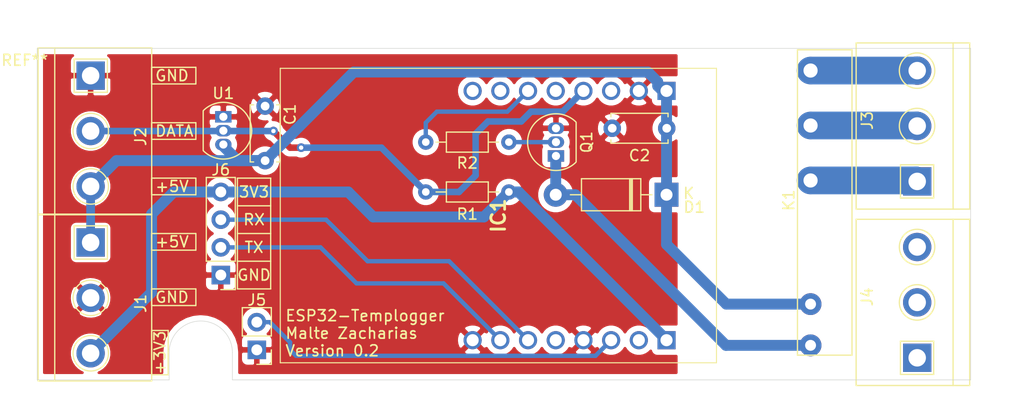
<source format=kicad_pcb>
(kicad_pcb (version 20171130) (host pcbnew "(5.1.8)-1")

  (general
    (thickness 1.6)
    (drawings 75)
    (tracks 75)
    (zones 0)
    (modules 16)
    (nets 23)
  )

  (page A4)
  (layers
    (0 F.Cu signal)
    (31 B.Cu signal)
    (32 B.Adhes user)
    (33 F.Adhes user)
    (34 B.Paste user)
    (35 F.Paste user)
    (36 B.SilkS user)
    (37 F.SilkS user)
    (38 B.Mask user)
    (39 F.Mask user)
    (40 Dwgs.User user)
    (41 Cmts.User user)
    (42 Eco1.User user)
    (43 Eco2.User user)
    (44 Edge.Cuts user)
    (45 Margin user)
    (46 B.CrtYd user hide)
    (47 F.CrtYd user hide)
    (48 B.Fab user hide)
    (49 F.Fab user hide)
  )

  (setup
    (last_trace_width 0.8)
    (user_trace_width 0.2)
    (user_trace_width 0.4)
    (user_trace_width 0.6)
    (user_trace_width 1)
    (trace_clearance 0.4)
    (zone_clearance 0.508)
    (zone_45_only no)
    (trace_min 0.2)
    (via_size 0.8)
    (via_drill 0.4)
    (via_min_size 0.4)
    (via_min_drill 0.3)
    (uvia_size 0.3)
    (uvia_drill 0.1)
    (uvias_allowed no)
    (uvia_min_size 0.2)
    (uvia_min_drill 0.1)
    (edge_width 0.05)
    (segment_width 0.2)
    (pcb_text_width 0.3)
    (pcb_text_size 1.5 1.5)
    (mod_edge_width 0.12)
    (mod_text_size 1 1)
    (mod_text_width 0.15)
    (pad_size 1.524 1.524)
    (pad_drill 0.762)
    (pad_to_mask_clearance 0)
    (aux_axis_origin 0 0)
    (grid_origin 55.7 53.3)
    (visible_elements 7FFFFFFF)
    (pcbplotparams
      (layerselection 0x010fc_ffffffff)
      (usegerberextensions false)
      (usegerberattributes true)
      (usegerberadvancedattributes true)
      (creategerberjobfile true)
      (excludeedgelayer true)
      (linewidth 0.100000)
      (plotframeref false)
      (viasonmask false)
      (mode 1)
      (useauxorigin false)
      (hpglpennumber 1)
      (hpglpenspeed 20)
      (hpglpendiameter 15.000000)
      (psnegative false)
      (psa4output false)
      (plotreference true)
      (plotvalue true)
      (plotinvisibletext false)
      (padsonsilk false)
      (subtractmaskfromsilk false)
      (outputformat 1)
      (mirror false)
      (drillshape 0)
      (scaleselection 1)
      (outputdirectory "../gerber/"))
  )

  (net 0 "")
  (net 1 "Net-(IC1-Pad1)")
  (net 2 "Net-(IC1-Pad2)")
  (net 3 "Net-(IC1-Pad4)")
  (net 4 "Net-(IC1-Pad6)")
  (net 5 GND)
  (net 6 +5V)
  (net 7 "Net-(IC1-Pad10)")
  (net 8 "Net-(IC1-Pad13)")
  (net 9 +3V3)
  (net 10 "Net-(J3-Pad1)")
  (net 11 "Net-(J3-Pad3)")
  (net 12 "Net-(J4-Pad1)")
  (net 13 "Net-(J4-Pad2)")
  (net 14 "Net-(J4-Pad3)")
  (net 15 "Net-(D1-Pad2)")
  (net 16 "Net-(Q1-Pad2)")
  (net 17 /GPIO14)
  (net 18 /GPIO13)
  (net 19 /GPIO0)
  (net 20 /RX)
  (net 21 /TX)
  (net 22 /230V)

  (net_class Default "This is the default net class."
    (clearance 0.4)
    (trace_width 0.8)
    (via_dia 0.8)
    (via_drill 0.4)
    (uvia_dia 0.3)
    (uvia_drill 0.1)
    (add_net +3V3)
    (add_net /230V)
    (add_net /GPIO0)
    (add_net /GPIO13)
    (add_net /GPIO14)
    (add_net /RX)
    (add_net /TX)
    (add_net GND)
    (add_net "Net-(D1-Pad2)")
    (add_net "Net-(IC1-Pad1)")
    (add_net "Net-(IC1-Pad10)")
    (add_net "Net-(IC1-Pad13)")
    (add_net "Net-(IC1-Pad2)")
    (add_net "Net-(IC1-Pad4)")
    (add_net "Net-(IC1-Pad6)")
    (add_net "Net-(J4-Pad1)")
    (add_net "Net-(J4-Pad2)")
    (add_net "Net-(J4-Pad3)")
    (add_net "Net-(Q1-Pad2)")
  )

  (net_class 230V ""
    (clearance 0.4)
    (trace_width 2.54)
    (via_dia 0.8)
    (via_drill 0.4)
    (uvia_dia 0.3)
    (uvia_drill 0.1)
    (add_net "Net-(J3-Pad1)")
    (add_net "Net-(J3-Pad3)")
  )

  (net_class 5V ""
    (clearance 0.4)
    (trace_width 1)
    (via_dia 0.8)
    (via_drill 0.4)
    (uvia_dia 0.3)
    (uvia_drill 0.1)
    (add_net +5V)
  )

  (module project:HF411-05-ZST (layer F.Cu) (tedit 5FEA5521) (tstamp 5FD64991)
    (at 121.72 78.032 90)
    (descr "Hongfa HF411/05-ZST Relay 5V Coil Form C Vertical 230V")
    (path /5FD9F7C3)
    (fp_text reference K1 (at 13.3 -2 90) (layer F.SilkS)
      (effects (font (size 1 1) (thickness 0.15)))
    )
    (fp_text value HF41F_005-ZST (at 1.9 1.8 90) (layer F.Fab)
      (effects (font (size 1 1) (thickness 0.15)))
    )
    (fp_line (start -0.9 3.8) (end -0.9 -1.2) (layer F.Fab) (width 0.12))
    (fp_line (start -0.9 -1.2) (end 27.1 -1.2) (layer F.Fab) (width 0.12))
    (fp_line (start 27.1 -1.2) (end 27.1 3.8) (layer F.Fab) (width 0.12))
    (fp_line (start 27.1 3.8) (end -0.9 3.8) (layer F.Fab) (width 0.12))
    (fp_line (start -0.9 -1.2) (end 27.1 -1.2) (layer F.SilkS) (width 0.12))
    (fp_line (start 27.1 -1.2) (end 27.1 3.8) (layer F.SilkS) (width 0.12))
    (fp_line (start 27.1 3.8) (end -0.9 3.8) (layer F.SilkS) (width 0.12))
    (fp_line (start -0.9 -1.2) (end -0.9 3.8) (layer F.SilkS) (width 0.12))
    (pad 1 thru_hole circle (at 0 0 90) (size 2 2) (drill 1) (layers *.Cu *.Mask)
      (net 15 "Net-(D1-Pad2)"))
    (pad 2 thru_hole circle (at 3.78 0 90) (size 2 2) (drill 1) (layers *.Cu *.Mask)
      (net 6 +5V))
    (pad 3 thru_hole circle (at 15.12 0 90) (size 2.5 2.5) (drill 1.3) (layers *.Cu *.Mask)
      (net 10 "Net-(J3-Pad1)"))
    (pad 4 thru_hole circle (at 20.16 0 90) (size 2.5 2.5) (drill 1.3) (layers *.Cu *.Mask)
      (net 22 /230V))
    (pad 5 thru_hole circle (at 25.2 0 90) (size 2.5 2.5) (drill 1.3) (layers *.Cu *.Mask)
      (net 11 "Net-(J3-Pad3)"))
    (model "${KIPRJMOD}/3dshapes/Hongfa HF41F Relais.step"
      (offset (xyz 0 0 0.6))
      (scale (xyz 1 1 1))
      (rotate (xyz 0 0 0))
    )
  )

  (module project:DG129-5.08-03P-12-00A (layer F.Cu) (tedit 5FEA5544) (tstamp 5FD662E0)
    (at 131.499 79.175 90)
    (descr "TerminalBlock DEGSON DG129-5.08-03P-12-00A")
    (tags "THT Terminal Block DEGSON 5.08 pitch")
    (path /5FDA9B56)
    (fp_text reference J4 (at 5.588 -4.584 90) (layer F.SilkS)
      (effects (font (size 1 1) (thickness 0.15)))
    )
    (fp_text value DG129-5.08-03P-14 (at 5.08 5.66 90) (layer F.Fab)
      (effects (font (size 1 1) (thickness 0.15)))
    )
    (fp_line (start -1.524 1.512) (end -1.524 -1.536) (layer F.SilkS) (width 0.12))
    (fp_line (start 1.524 1.512) (end -1.524 1.512) (layer F.SilkS) (width 0.12))
    (fp_line (start 1.524 -1.536) (end 1.524 1.512) (layer F.SilkS) (width 0.12))
    (fp_line (start -1.524 -1.536) (end 1.524 -1.536) (layer F.SilkS) (width 0.12))
    (fp_circle (center 10.16 -0.012) (end 11.43 -1.028) (layer F.SilkS) (width 0.12))
    (fp_circle (center 5.08 -0.012) (end 6.35 -1.028) (layer F.SilkS) (width 0.12))
    (fp_line (start -2.54 3.29) (end 12.7 3.29) (layer F.SilkS) (width 0.12))
    (fp_line (start -2.54 4.814) (end -2.54 -5.6) (layer F.SilkS) (width 0.12))
    (fp_line (start 12.7 4.814) (end -2.54 4.814) (layer F.SilkS) (width 0.12))
    (fp_line (start 12.7 -5.6) (end 12.7 4.814) (layer F.SilkS) (width 0.12))
    (fp_line (start -2.54 -5.6) (end 12.7 -5.6) (layer F.SilkS) (width 0.12))
    (fp_line (start -2.54 4.9) (end -2.54 -5.6) (layer F.CrtYd) (width 0.12))
    (fp_line (start 12.7 4.9) (end -2.54 4.9) (layer F.CrtYd) (width 0.12))
    (fp_line (start 12.7 -5.6) (end 12.7 4.9) (layer F.CrtYd) (width 0.12))
    (fp_line (start -2.54 -5.6) (end 12.7 -5.6) (layer F.CrtYd) (width 0.12))
    (pad 1 thru_hole rect (at 0 0 90) (size 2.6 2.6) (drill 1.6) (layers *.Cu *.Mask)
      (net 12 "Net-(J4-Pad1)"))
    (pad 2 thru_hole circle (at 5.08 0 90) (size 2.6 2.6) (drill 1.6) (layers *.Cu *.Mask)
      (net 13 "Net-(J4-Pad2)"))
    (pad 3 thru_hole circle (at 10.16 0 90) (size 2.6 2.6) (drill 1.6) (layers *.Cu *.Mask)
      (net 14 "Net-(J4-Pad3)"))
    (model "${KIPRJMOD}/3dshapes/Degson DG129-5.08-03P-14 Screw Terminal.step"
      (at (xyz 0 0 0))
      (scale (xyz 1 1 1))
      (rotate (xyz 0 0 0))
    )
  )

  (module project:DG129-5.08-03P-12-00A (layer F.Cu) (tedit 5FEA5544) (tstamp 5FD58960)
    (at 131.5 63 90)
    (descr "TerminalBlock DEGSON DG129-5.08-03P-12-00A")
    (tags "THT Terminal Block DEGSON 5.08 pitch")
    (path /5FC62161)
    (fp_text reference J3 (at 5.588 -4.584 90) (layer F.SilkS)
      (effects (font (size 1 1) (thickness 0.15)))
    )
    (fp_text value DG129-5.08-03P-14 (at 5.08 5.66 90) (layer F.Fab)
      (effects (font (size 1 1) (thickness 0.15)))
    )
    (fp_line (start -1.524 1.512) (end -1.524 -1.536) (layer F.SilkS) (width 0.12))
    (fp_line (start 1.524 1.512) (end -1.524 1.512) (layer F.SilkS) (width 0.12))
    (fp_line (start 1.524 -1.536) (end 1.524 1.512) (layer F.SilkS) (width 0.12))
    (fp_line (start -1.524 -1.536) (end 1.524 -1.536) (layer F.SilkS) (width 0.12))
    (fp_circle (center 10.16 -0.012) (end 11.43 -1.028) (layer F.SilkS) (width 0.12))
    (fp_circle (center 5.08 -0.012) (end 6.35 -1.028) (layer F.SilkS) (width 0.12))
    (fp_line (start -2.54 3.29) (end 12.7 3.29) (layer F.SilkS) (width 0.12))
    (fp_line (start -2.54 4.814) (end -2.54 -5.6) (layer F.SilkS) (width 0.12))
    (fp_line (start 12.7 4.814) (end -2.54 4.814) (layer F.SilkS) (width 0.12))
    (fp_line (start 12.7 -5.6) (end 12.7 4.814) (layer F.SilkS) (width 0.12))
    (fp_line (start -2.54 -5.6) (end 12.7 -5.6) (layer F.SilkS) (width 0.12))
    (fp_line (start -2.54 4.9) (end -2.54 -5.6) (layer F.CrtYd) (width 0.12))
    (fp_line (start 12.7 4.9) (end -2.54 4.9) (layer F.CrtYd) (width 0.12))
    (fp_line (start 12.7 -5.6) (end 12.7 4.9) (layer F.CrtYd) (width 0.12))
    (fp_line (start -2.54 -5.6) (end 12.7 -5.6) (layer F.CrtYd) (width 0.12))
    (pad 1 thru_hole rect (at 0 0 90) (size 2.6 2.6) (drill 1.6) (layers *.Cu *.Mask)
      (net 10 "Net-(J3-Pad1)"))
    (pad 2 thru_hole circle (at 5.08 0 90) (size 2.6 2.6) (drill 1.6) (layers *.Cu *.Mask)
      (net 22 /230V))
    (pad 3 thru_hole circle (at 10.16 0 90) (size 2.6 2.6) (drill 1.6) (layers *.Cu *.Mask)
      (net 11 "Net-(J3-Pad3)"))
    (model "${KIPRJMOD}/3dshapes/Degson DG129-5.08-03P-14 Screw Terminal.step"
      (at (xyz 0 0 0))
      (scale (xyz 1 1 1))
      (rotate (xyz 0 0 0))
    )
  )

  (module project:DG129-5.08-03P-12-00A (layer F.Cu) (tedit 5FEA5544) (tstamp 5FD5894A)
    (at 55.7 53.3 270)
    (descr "TerminalBlock DEGSON DG129-5.08-03P-12-00A")
    (tags "THT Terminal Block DEGSON 5.08 pitch")
    (path /5FC43745)
    (fp_text reference J2 (at 5.588 -4.584 90) (layer F.SilkS)
      (effects (font (size 1 1) (thickness 0.15)))
    )
    (fp_text value DG129-5.08-03P-14 (at 5.08 5.66 90) (layer F.Fab)
      (effects (font (size 1 1) (thickness 0.15)))
    )
    (fp_line (start -1.524 1.512) (end -1.524 -1.536) (layer F.SilkS) (width 0.12))
    (fp_line (start 1.524 1.512) (end -1.524 1.512) (layer F.SilkS) (width 0.12))
    (fp_line (start 1.524 -1.536) (end 1.524 1.512) (layer F.SilkS) (width 0.12))
    (fp_line (start -1.524 -1.536) (end 1.524 -1.536) (layer F.SilkS) (width 0.12))
    (fp_circle (center 10.16 -0.012) (end 11.43 -1.028) (layer F.SilkS) (width 0.12))
    (fp_circle (center 5.08 -0.012) (end 6.35 -1.028) (layer F.SilkS) (width 0.12))
    (fp_line (start -2.54 3.29) (end 12.7 3.29) (layer F.SilkS) (width 0.12))
    (fp_line (start -2.54 4.814) (end -2.54 -5.6) (layer F.SilkS) (width 0.12))
    (fp_line (start 12.7 4.814) (end -2.54 4.814) (layer F.SilkS) (width 0.12))
    (fp_line (start 12.7 -5.6) (end 12.7 4.814) (layer F.SilkS) (width 0.12))
    (fp_line (start -2.54 -5.6) (end 12.7 -5.6) (layer F.SilkS) (width 0.12))
    (fp_line (start -2.54 4.9) (end -2.54 -5.6) (layer F.CrtYd) (width 0.12))
    (fp_line (start 12.7 4.9) (end -2.54 4.9) (layer F.CrtYd) (width 0.12))
    (fp_line (start 12.7 -5.6) (end 12.7 4.9) (layer F.CrtYd) (width 0.12))
    (fp_line (start -2.54 -5.6) (end 12.7 -5.6) (layer F.CrtYd) (width 0.12))
    (pad 1 thru_hole rect (at 0 0 270) (size 2.6 2.6) (drill 1.6) (layers *.Cu *.Mask)
      (net 5 GND))
    (pad 2 thru_hole circle (at 5.08 0 270) (size 2.6 2.6) (drill 1.6) (layers *.Cu *.Mask)
      (net 18 /GPIO13))
    (pad 3 thru_hole circle (at 10.16 0 270) (size 2.6 2.6) (drill 1.6) (layers *.Cu *.Mask)
      (net 6 +5V))
    (model "${KIPRJMOD}/3dshapes/Degson DG129-5.08-03P-14 Screw Terminal.step"
      (at (xyz 0 0 0))
      (scale (xyz 1 1 1))
      (rotate (xyz 0 0 0))
    )
  )

  (module project:DG129-5.08-03P-12-00A (layer F.Cu) (tedit 5FEA5544) (tstamp 5FE93A33)
    (at 55.7 68.6 270)
    (descr "TerminalBlock DEGSON DG129-5.08-03P-12-00A")
    (tags "THT Terminal Block DEGSON 5.08 pitch")
    (path /5FC48D27)
    (fp_text reference J1 (at 5.588 -4.584 90) (layer F.SilkS)
      (effects (font (size 1 1) (thickness 0.15)))
    )
    (fp_text value DG129-5.08-03P-14 (at 5.08 5.66 90) (layer F.Fab)
      (effects (font (size 1 1) (thickness 0.15)))
    )
    (fp_line (start -1.524 1.512) (end -1.524 -1.536) (layer F.SilkS) (width 0.12))
    (fp_line (start 1.524 1.512) (end -1.524 1.512) (layer F.SilkS) (width 0.12))
    (fp_line (start 1.524 -1.536) (end 1.524 1.512) (layer F.SilkS) (width 0.12))
    (fp_line (start -1.524 -1.536) (end 1.524 -1.536) (layer F.SilkS) (width 0.12))
    (fp_circle (center 10.16 -0.012) (end 11.43 -1.028) (layer F.SilkS) (width 0.12))
    (fp_circle (center 5.08 -0.012) (end 6.35 -1.028) (layer F.SilkS) (width 0.12))
    (fp_line (start -2.54 3.29) (end 12.7 3.29) (layer F.SilkS) (width 0.12))
    (fp_line (start -2.54 4.814) (end -2.54 -5.6) (layer F.SilkS) (width 0.12))
    (fp_line (start 12.7 4.814) (end -2.54 4.814) (layer F.SilkS) (width 0.12))
    (fp_line (start 12.7 -5.6) (end 12.7 4.814) (layer F.SilkS) (width 0.12))
    (fp_line (start -2.54 -5.6) (end 12.7 -5.6) (layer F.SilkS) (width 0.12))
    (fp_line (start -2.54 4.9) (end -2.54 -5.6) (layer F.CrtYd) (width 0.12))
    (fp_line (start 12.7 4.9) (end -2.54 4.9) (layer F.CrtYd) (width 0.12))
    (fp_line (start 12.7 -5.6) (end 12.7 4.9) (layer F.CrtYd) (width 0.12))
    (fp_line (start -2.54 -5.6) (end 12.7 -5.6) (layer F.CrtYd) (width 0.12))
    (pad 1 thru_hole rect (at 0 0 270) (size 2.6 2.6) (drill 1.6) (layers *.Cu *.Mask)
      (net 6 +5V))
    (pad 2 thru_hole circle (at 5.08 0 270) (size 2.6 2.6) (drill 1.6) (layers *.Cu *.Mask)
      (net 5 GND))
    (pad 3 thru_hole circle (at 10.16 0 270) (size 2.6 2.6) (drill 1.6) (layers *.Cu *.Mask)
      (net 9 +3V3))
    (model "${KIPRJMOD}/3dshapes/Degson DG129-5.08-03P-14 Screw Terminal.step"
      (at (xyz 0 0 0))
      (scale (xyz 1 1 1))
      (rotate (xyz 0 0 0))
    )
  )

  (module project:ESP32CAM-Header (layer F.Cu) (tedit 5FEA552B) (tstamp 5FE938C2)
    (at 90.732 54.7 270)
    (descr "ESP32-CAM Pin Header for connecting to ESP32-CAM Module with pluggable cables")
    (tags "Integrated Circuit")
    (path /5FC2C6C6)
    (fp_text reference IC1 (at 11.43 -2.36 90) (layer F.SilkS)
      (effects (font (size 1.27 1.27) (thickness 0.254)))
    )
    (fp_text value ESP32-CAM (at 11.43 -2.36 90) (layer F.SilkS) hide
      (effects (font (size 1.27 1.27) (thickness 0.254)))
    )
    (fp_text user %R (at 11.43 -2.36 90) (layer F.Fab)
      (effects (font (size 1.27 1.27) (thickness 0.254)))
    )
    (fp_line (start -3.07 -23.36) (end -3.07 18.64) (layer F.CrtYd) (width 0.1))
    (fp_line (start 25.93 -23.36) (end -3.07 -23.36) (layer F.CrtYd) (width 0.1))
    (fp_line (start 25.93 18.64) (end 25.93 -23.36) (layer F.CrtYd) (width 0.1))
    (fp_line (start -3.07 18.64) (end 25.93 18.64) (layer F.CrtYd) (width 0.1))
    (fp_line (start -2.07 -22.36) (end -2.07 17.64) (layer F.SilkS) (width 0.1))
    (fp_line (start 24.93 -22.36) (end -2.07 -22.36) (layer F.SilkS) (width 0.1))
    (fp_line (start 24.93 17.64) (end 24.93 -22.36) (layer F.SilkS) (width 0.1))
    (fp_line (start -2.07 17.64) (end 24.93 17.64) (layer F.SilkS) (width 0.1))
    (fp_line (start -2.07 -22.36) (end -2.07 17.64) (layer F.Fab) (width 0.2))
    (fp_line (start 24.93 -22.36) (end -2.07 -22.36) (layer F.Fab) (width 0.2))
    (fp_line (start 24.93 17.64) (end 24.93 -22.36) (layer F.Fab) (width 0.2))
    (fp_line (start -2.07 17.64) (end 24.93 17.64) (layer F.Fab) (width 0.2))
    (pad 1 thru_hole circle (at 0 0 270) (size 1.665 1.665) (drill 1.11) (layers *.Cu *.Mask)
      (net 1 "Net-(IC1-Pad1)"))
    (pad 2 thru_hole circle (at 0 -2.54 270) (size 1.665 1.665) (drill 1.11) (layers *.Cu *.Mask)
      (net 2 "Net-(IC1-Pad2)"))
    (pad 3 thru_hole circle (at 0 -5.08 270) (size 1.665 1.665) (drill 1.11) (layers *.Cu *.Mask)
      (net 17 /GPIO14))
    (pad 4 thru_hole circle (at 0 -7.62 270) (size 1.665 1.665) (drill 1.11) (layers *.Cu *.Mask)
      (net 3 "Net-(IC1-Pad4)"))
    (pad 5 thru_hole circle (at 0 -10.16 270) (size 1.665 1.665) (drill 1.11) (layers *.Cu *.Mask)
      (net 18 /GPIO13))
    (pad 6 thru_hole circle (at 0 -12.7 270) (size 1.665 1.665) (drill 1.11) (layers *.Cu *.Mask)
      (net 4 "Net-(IC1-Pad6)"))
    (pad 7 thru_hole circle (at 0 -15.24 270) (size 1.665 1.665) (drill 1.11) (layers *.Cu *.Mask)
      (net 5 GND))
    (pad 8 thru_hole rect (at 0 -17.78 270) (size 1.665 1.665) (drill 1.11) (layers *.Cu *.Mask)
      (net 6 +5V))
    (pad 9 thru_hole rect (at 22.86 -17.78 270) (size 1.665 1.665) (drill 1.11) (layers *.Cu *.Mask)
      (net 9 +3V3))
    (pad 10 thru_hole circle (at 22.86 -15.24 270) (size 1.665 1.665) (drill 1.11) (layers *.Cu *.Mask)
      (net 7 "Net-(IC1-Pad10)"))
    (pad 11 thru_hole circle (at 22.86 -12.7 270) (size 1.665 1.665) (drill 1.11) (layers *.Cu *.Mask)
      (net 19 /GPIO0))
    (pad 12 thru_hole circle (at 22.86 -10.16 270) (size 1.665 1.665) (drill 1.11) (layers *.Cu *.Mask)
      (net 5 GND))
    (pad 13 thru_hole circle (at 22.86 -7.62 270) (size 1.665 1.665) (drill 1.11) (layers *.Cu *.Mask)
      (net 8 "Net-(IC1-Pad13)"))
    (pad 14 thru_hole circle (at 22.86 -5.08 270) (size 1.665 1.665) (drill 1.11) (layers *.Cu *.Mask)
      (net 20 /RX))
    (pad 15 thru_hole circle (at 22.86 -2.54 270) (size 1.665 1.665) (drill 1.11) (layers *.Cu *.Mask)
      (net 21 /TX))
    (pad 16 thru_hole circle (at 22.86 0 270) (size 1.665 1.665) (drill 1.11) (layers *.Cu *.Mask)
      (net 5 GND))
    (model ${KISYS3DMOD}/Connector_PinHeader_2.54mm.3dshapes/PinHeader_1x08_P2.54mm_Vertical.wrl
      (offset (xyz 0 17.8 0))
      (scale (xyz 1 1 1))
      (rotate (xyz 0 0 0))
    )
    (model ${KISYS3DMOD}/Connector_PinHeader_2.54mm.3dshapes/PinHeader_1x08_P2.54mm_Vertical.wrl
      (offset (xyz 22.86 17.8 0))
      (scale (xyz 1 1 1))
      (rotate (xyz 0 0 0))
    )
  )

  (module custom:HUT2C (layer F.Cu) (tedit 5FDA682E) (tstamp 5FE92E62)
    (at 50.5968 50.5968)
    (attr virtual)
    (fp_text reference REF** (at -0.9398 1.2954) (layer F.SilkS)
      (effects (font (size 1 1) (thickness 0.15)))
    )
    (fp_text value "HUT 2-C Case" (at 0 -0.5) (layer F.Fab)
      (effects (font (size 1 1) (thickness 0.15)))
    )
    (fp_line (start 0 -2.54) (end 0 2.54) (layer Dwgs.User) (width 0.12))
    (fp_line (start -2.54 0) (end 2.54 0) (layer Dwgs.User) (width 0.12))
    (fp_line (start 86 -2.54) (end 86 2.54) (layer Dwgs.User) (width 0.12))
    (fp_line (start 83.46 0) (end 88.54 0) (layer Dwgs.User) (width 0.12))
    (fp_line (start 0 28.26) (end 0 33.34) (layer Dwgs.User) (width 0.12))
    (fp_line (start -2.54 30.8) (end 2.54 30.8) (layer Dwgs.User) (width 0.12))
    (fp_line (start 83.46 30.8) (end 88.54 30.8) (layer Dwgs.User) (width 0.12))
    (fp_line (start 86 28.26) (end 86 33.34) (layer Dwgs.User) (width 0.12))
    (model "C:/Users/malte/Documents/Projects/esp32templogger/shapes/HUT 2-C v8.step"
      (offset (xyz 0 0 -1.8))
      (scale (xyz 1 1 1))
      (rotate (xyz -90 0 0))
    )
  )

  (module Resistor_THT:R_Axial_DIN0204_L3.6mm_D1.6mm_P7.62mm_Horizontal (layer F.Cu) (tedit 5AE5139B) (tstamp 5FD58A01)
    (at 94.054 63.968 180)
    (descr "Resistor, Axial_DIN0204 series, Axial, Horizontal, pin pitch=7.62mm, 0.167W, length*diameter=3.6*1.6mm^2, http://cdn-reichelt.de/documents/datenblatt/B400/1_4W%23YAG.pdf")
    (tags "Resistor Axial_DIN0204 series Axial Horizontal pin pitch 7.62mm 0.167W length 3.6mm diameter 1.6mm")
    (path /5FC363A8)
    (fp_text reference R1 (at 3.81 -2.032) (layer F.SilkS)
      (effects (font (size 1 1) (thickness 0.15)))
    )
    (fp_text value 4.7K (at 3.81 1.92) (layer F.Fab)
      (effects (font (size 1 1) (thickness 0.15)))
    )
    (fp_line (start 2.01 -0.8) (end 2.01 0.8) (layer F.Fab) (width 0.1))
    (fp_line (start 2.01 0.8) (end 5.61 0.8) (layer F.Fab) (width 0.1))
    (fp_line (start 5.61 0.8) (end 5.61 -0.8) (layer F.Fab) (width 0.1))
    (fp_line (start 5.61 -0.8) (end 2.01 -0.8) (layer F.Fab) (width 0.1))
    (fp_line (start 0 0) (end 2.01 0) (layer F.Fab) (width 0.1))
    (fp_line (start 7.62 0) (end 5.61 0) (layer F.Fab) (width 0.1))
    (fp_line (start 1.89 -0.92) (end 1.89 0.92) (layer F.SilkS) (width 0.12))
    (fp_line (start 1.89 0.92) (end 5.73 0.92) (layer F.SilkS) (width 0.12))
    (fp_line (start 5.73 0.92) (end 5.73 -0.92) (layer F.SilkS) (width 0.12))
    (fp_line (start 5.73 -0.92) (end 1.89 -0.92) (layer F.SilkS) (width 0.12))
    (fp_line (start 0.94 0) (end 1.89 0) (layer F.SilkS) (width 0.12))
    (fp_line (start 6.68 0) (end 5.73 0) (layer F.SilkS) (width 0.12))
    (fp_line (start -0.95 -1.05) (end -0.95 1.05) (layer F.CrtYd) (width 0.05))
    (fp_line (start -0.95 1.05) (end 8.57 1.05) (layer F.CrtYd) (width 0.05))
    (fp_line (start 8.57 1.05) (end 8.57 -1.05) (layer F.CrtYd) (width 0.05))
    (fp_line (start 8.57 -1.05) (end -0.95 -1.05) (layer F.CrtYd) (width 0.05))
    (fp_text user %R (at 3.81 0) (layer F.Fab)
      (effects (font (size 0.72 0.72) (thickness 0.108)))
    )
    (pad 2 thru_hole oval (at 7.62 0 180) (size 1.4 1.4) (drill 0.7) (layers *.Cu *.Mask)
      (net 18 /GPIO13))
    (pad 1 thru_hole circle (at 0 0 180) (size 1.4 1.4) (drill 0.7) (layers *.Cu *.Mask)
      (net 9 +3V3))
    (model ${KISYS3DMOD}/Resistor_THT.3dshapes/R_Axial_DIN0204_L3.6mm_D1.6mm_P7.62mm_Horizontal.wrl
      (at (xyz 0 0 0))
      (scale (xyz 1 1 1))
      (rotate (xyz 0 0 0))
    )
  )

  (module Capacitor_THT:C_Disc_D5.0mm_W2.5mm_P5.00mm (layer F.Cu) (tedit 5AE50EF0) (tstamp 5FE93597)
    (at 108.532 58.126 180)
    (descr "C, Disc series, Radial, pin pitch=5.00mm, , diameter*width=5*2.5mm^2, Capacitor, http://cdn-reichelt.de/documents/datenblatt/B300/DS_KERKO_TC.pdf")
    (tags "C Disc series Radial pin pitch 5.00mm  diameter 5mm width 2.5mm Capacitor")
    (path /5FE9312B)
    (fp_text reference C2 (at 2.5 -2.5) (layer F.SilkS)
      (effects (font (size 1 1) (thickness 0.15)))
    )
    (fp_text value 100nF (at 2.5 2.5) (layer F.Fab)
      (effects (font (size 1 1) (thickness 0.15)))
    )
    (fp_line (start 0 -1.25) (end 0 1.25) (layer F.Fab) (width 0.1))
    (fp_line (start 0 1.25) (end 5 1.25) (layer F.Fab) (width 0.1))
    (fp_line (start 5 1.25) (end 5 -1.25) (layer F.Fab) (width 0.1))
    (fp_line (start 5 -1.25) (end 0 -1.25) (layer F.Fab) (width 0.1))
    (fp_line (start -0.12 -1.37) (end 5.12 -1.37) (layer F.SilkS) (width 0.12))
    (fp_line (start -0.12 1.37) (end 5.12 1.37) (layer F.SilkS) (width 0.12))
    (fp_line (start -0.12 -1.37) (end -0.12 -1.055) (layer F.SilkS) (width 0.12))
    (fp_line (start -0.12 1.055) (end -0.12 1.37) (layer F.SilkS) (width 0.12))
    (fp_line (start 5.12 -1.37) (end 5.12 -1.055) (layer F.SilkS) (width 0.12))
    (fp_line (start 5.12 1.055) (end 5.12 1.37) (layer F.SilkS) (width 0.12))
    (fp_line (start -1.05 -1.5) (end -1.05 1.5) (layer F.CrtYd) (width 0.05))
    (fp_line (start -1.05 1.5) (end 6.05 1.5) (layer F.CrtYd) (width 0.05))
    (fp_line (start 6.05 1.5) (end 6.05 -1.5) (layer F.CrtYd) (width 0.05))
    (fp_line (start 6.05 -1.5) (end -1.05 -1.5) (layer F.CrtYd) (width 0.05))
    (fp_text user %R (at 2.5 0) (layer F.Fab)
      (effects (font (size 1 1) (thickness 0.15)))
    )
    (pad 2 thru_hole circle (at 5 0 180) (size 1.6 1.6) (drill 0.8) (layers *.Cu *.Mask)
      (net 5 GND))
    (pad 1 thru_hole circle (at 0 0 180) (size 1.6 1.6) (drill 0.8) (layers *.Cu *.Mask)
      (net 6 +5V))
    (model ${KISYS3DMOD}/Capacitor_THT.3dshapes/C_Disc_D5.0mm_W2.5mm_P5.00mm.wrl
      (at (xyz 0 0 0))
      (scale (xyz 1 1 1))
      (rotate (xyz 0 0 0))
    )
  )

  (module Capacitor_THT:C_Disc_D5.0mm_W2.5mm_P5.00mm (layer F.Cu) (tedit 5AE50EF0) (tstamp 5FE937A3)
    (at 71.702 61.094 90)
    (descr "C, Disc series, Radial, pin pitch=5.00mm, , diameter*width=5*2.5mm^2, Capacitor, http://cdn-reichelt.de/documents/datenblatt/B300/DS_KERKO_TC.pdf")
    (tags "C Disc series Radial pin pitch 5.00mm  diameter 5mm width 2.5mm Capacitor")
    (path /5FE94191)
    (fp_text reference C1 (at 4.238 2.286 90) (layer F.SilkS)
      (effects (font (size 1 1) (thickness 0.15)))
    )
    (fp_text value 100nF (at 2.5 2.5 90) (layer F.Fab)
      (effects (font (size 1 1) (thickness 0.15)))
    )
    (fp_line (start 0 -1.25) (end 0 1.25) (layer F.Fab) (width 0.1))
    (fp_line (start 0 1.25) (end 5 1.25) (layer F.Fab) (width 0.1))
    (fp_line (start 5 1.25) (end 5 -1.25) (layer F.Fab) (width 0.1))
    (fp_line (start 5 -1.25) (end 0 -1.25) (layer F.Fab) (width 0.1))
    (fp_line (start -0.12 -1.37) (end 5.12 -1.37) (layer F.SilkS) (width 0.12))
    (fp_line (start -0.12 1.37) (end 5.12 1.37) (layer F.SilkS) (width 0.12))
    (fp_line (start -0.12 -1.37) (end -0.12 -1.055) (layer F.SilkS) (width 0.12))
    (fp_line (start -0.12 1.055) (end -0.12 1.37) (layer F.SilkS) (width 0.12))
    (fp_line (start 5.12 -1.37) (end 5.12 -1.055) (layer F.SilkS) (width 0.12))
    (fp_line (start 5.12 1.055) (end 5.12 1.37) (layer F.SilkS) (width 0.12))
    (fp_line (start -1.05 -1.5) (end -1.05 1.5) (layer F.CrtYd) (width 0.05))
    (fp_line (start -1.05 1.5) (end 6.05 1.5) (layer F.CrtYd) (width 0.05))
    (fp_line (start 6.05 1.5) (end 6.05 -1.5) (layer F.CrtYd) (width 0.05))
    (fp_line (start 6.05 -1.5) (end -1.05 -1.5) (layer F.CrtYd) (width 0.05))
    (fp_text user %R (at 2.5 0 90) (layer F.Fab)
      (effects (font (size 1 1) (thickness 0.15)))
    )
    (pad 2 thru_hole circle (at 5 0 90) (size 1.6 1.6) (drill 0.8) (layers *.Cu *.Mask)
      (net 5 GND))
    (pad 1 thru_hole circle (at 0 0 90) (size 1.6 1.6) (drill 0.8) (layers *.Cu *.Mask)
      (net 6 +5V))
    (model ${KISYS3DMOD}/Capacitor_THT.3dshapes/C_Disc_D5.0mm_W2.5mm_P5.00mm.wrl
      (at (xyz 0 0 0))
      (scale (xyz 1 1 1))
      (rotate (xyz 0 0 0))
    )
  )

  (module Package_TO_SOT_THT:TO-92_Inline (layer F.Cu) (tedit 5A1DD157) (tstamp 5FD68FE6)
    (at 67.872 57.077 270)
    (descr "TO-92 leads in-line, narrow, oval pads, drill 0.75mm (see NXP sot054_po.pdf)")
    (tags "to-92 sc-43 sc-43a sot54 PA33 transistor")
    (path /5FD3A41A)
    (fp_text reference U1 (at -2.15712 0.00066 180) (layer F.SilkS)
      (effects (font (size 1 1) (thickness 0.15)))
    )
    (fp_text value DS18B20 (at 1.27 2.79 90) (layer F.Fab)
      (effects (font (size 1 1) (thickness 0.15)))
    )
    (fp_line (start -0.53 1.85) (end 3.07 1.85) (layer F.SilkS) (width 0.12))
    (fp_line (start -0.5 1.75) (end 3 1.75) (layer F.Fab) (width 0.1))
    (fp_line (start -1.46 -2.73) (end 4 -2.73) (layer F.CrtYd) (width 0.05))
    (fp_line (start -1.46 -2.73) (end -1.46 2.01) (layer F.CrtYd) (width 0.05))
    (fp_line (start 4 2.01) (end 4 -2.73) (layer F.CrtYd) (width 0.05))
    (fp_line (start 4 2.01) (end -1.46 2.01) (layer F.CrtYd) (width 0.05))
    (fp_arc (start 1.27 0) (end 1.27 -2.6) (angle 135) (layer F.SilkS) (width 0.12))
    (fp_arc (start 1.27 0) (end 1.27 -2.48) (angle -135) (layer F.Fab) (width 0.1))
    (fp_arc (start 1.27 0) (end 1.27 -2.6) (angle -135) (layer F.SilkS) (width 0.12))
    (fp_arc (start 1.27 0) (end 1.27 -2.48) (angle 135) (layer F.Fab) (width 0.1))
    (fp_text user %R (at -2.159 0 180) (layer F.Fab)
      (effects (font (size 1 1) (thickness 0.15)))
    )
    (pad 1 thru_hole rect (at 0 0 270) (size 1.05 1.5) (drill 0.75) (layers *.Cu *.Mask)
      (net 5 GND))
    (pad 3 thru_hole oval (at 2.54 0 270) (size 1.05 1.5) (drill 0.75) (layers *.Cu *.Mask)
      (net 6 +5V))
    (pad 2 thru_hole oval (at 1.27 0 270) (size 1.05 1.5) (drill 0.75) (layers *.Cu *.Mask)
      (net 18 /GPIO13))
    (model ${KISYS3DMOD}/Package_TO_SOT_THT.3dshapes/TO-92_Inline.wrl
      (at (xyz 0 0 0))
      (scale (xyz 1 1 1))
      (rotate (xyz 0 0 0))
    )
  )

  (module Resistor_THT:R_Axial_DIN0204_L3.6mm_D1.6mm_P7.62mm_Horizontal (layer F.Cu) (tedit 5AE5139B) (tstamp 5FD58E99)
    (at 94.054 59.396 180)
    (descr "Resistor, Axial_DIN0204 series, Axial, Horizontal, pin pitch=7.62mm, 0.167W, length*diameter=3.6*1.6mm^2, http://cdn-reichelt.de/documents/datenblatt/B400/1_4W%23YAG.pdf")
    (tags "Resistor Axial_DIN0204 series Axial Horizontal pin pitch 7.62mm 0.167W length 3.6mm diameter 1.6mm")
    (path /5FDC0C29)
    (fp_text reference R2 (at 3.81 -1.92) (layer F.SilkS)
      (effects (font (size 1 1) (thickness 0.15)))
    )
    (fp_text value 10K (at 3.81 1.92) (layer F.Fab)
      (effects (font (size 1 1) (thickness 0.15)))
    )
    (fp_line (start 2.01 -0.8) (end 2.01 0.8) (layer F.Fab) (width 0.1))
    (fp_line (start 2.01 0.8) (end 5.61 0.8) (layer F.Fab) (width 0.1))
    (fp_line (start 5.61 0.8) (end 5.61 -0.8) (layer F.Fab) (width 0.1))
    (fp_line (start 5.61 -0.8) (end 2.01 -0.8) (layer F.Fab) (width 0.1))
    (fp_line (start 0 0) (end 2.01 0) (layer F.Fab) (width 0.1))
    (fp_line (start 7.62 0) (end 5.61 0) (layer F.Fab) (width 0.1))
    (fp_line (start 1.89 -0.92) (end 1.89 0.92) (layer F.SilkS) (width 0.12))
    (fp_line (start 1.89 0.92) (end 5.73 0.92) (layer F.SilkS) (width 0.12))
    (fp_line (start 5.73 0.92) (end 5.73 -0.92) (layer F.SilkS) (width 0.12))
    (fp_line (start 5.73 -0.92) (end 1.89 -0.92) (layer F.SilkS) (width 0.12))
    (fp_line (start 0.94 0) (end 1.89 0) (layer F.SilkS) (width 0.12))
    (fp_line (start 6.68 0) (end 5.73 0) (layer F.SilkS) (width 0.12))
    (fp_line (start -0.95 -1.05) (end -0.95 1.05) (layer F.CrtYd) (width 0.05))
    (fp_line (start -0.95 1.05) (end 8.57 1.05) (layer F.CrtYd) (width 0.05))
    (fp_line (start 8.57 1.05) (end 8.57 -1.05) (layer F.CrtYd) (width 0.05))
    (fp_line (start 8.57 -1.05) (end -0.95 -1.05) (layer F.CrtYd) (width 0.05))
    (fp_text user %R (at 3.81 0) (layer F.Fab)
      (effects (font (size 0.72 0.72) (thickness 0.108)))
    )
    (pad 2 thru_hole oval (at 7.62 0 180) (size 1.4 1.4) (drill 0.7) (layers *.Cu *.Mask)
      (net 17 /GPIO14))
    (pad 1 thru_hole circle (at 0 0 180) (size 1.4 1.4) (drill 0.7) (layers *.Cu *.Mask)
      (net 16 "Net-(Q1-Pad2)"))
    (model ${KISYS3DMOD}/Resistor_THT.3dshapes/R_Axial_DIN0204_L3.6mm_D1.6mm_P7.62mm_Horizontal.wrl
      (at (xyz 0 0 0))
      (scale (xyz 1 1 1))
      (rotate (xyz 0 0 0))
    )
  )

  (module Package_TO_SOT_THT:TO-92_Inline (layer F.Cu) (tedit 5A1DD157) (tstamp 5FD68F90)
    (at 98.372 60.666 90)
    (descr "TO-92 leads in-line, narrow, oval pads, drill 0.75mm (see NXP sot054_po.pdf)")
    (tags "to-92 sc-43 sc-43a sot54 PA33 transistor")
    (path /5FDB65B9)
    (fp_text reference Q1 (at 1.27 2.814 270) (layer F.SilkS)
      (effects (font (size 1 1) (thickness 0.15)))
    )
    (fp_text value BC337 (at 1.27 2.79 90) (layer F.Fab)
      (effects (font (size 1 1) (thickness 0.15)))
    )
    (fp_line (start -0.53 1.85) (end 3.07 1.85) (layer F.SilkS) (width 0.12))
    (fp_line (start -0.5 1.75) (end 3 1.75) (layer F.Fab) (width 0.1))
    (fp_line (start -1.46 -2.73) (end 4 -2.73) (layer F.CrtYd) (width 0.05))
    (fp_line (start -1.46 -2.73) (end -1.46 2.01) (layer F.CrtYd) (width 0.05))
    (fp_line (start 4 2.01) (end 4 -2.73) (layer F.CrtYd) (width 0.05))
    (fp_line (start 4 2.01) (end -1.46 2.01) (layer F.CrtYd) (width 0.05))
    (fp_arc (start 1.27 0) (end 1.27 -2.6) (angle 135) (layer F.SilkS) (width 0.12))
    (fp_arc (start 1.27 0) (end 1.27 -2.48) (angle -135) (layer F.Fab) (width 0.1))
    (fp_arc (start 1.27 0) (end 1.27 -2.6) (angle -135) (layer F.SilkS) (width 0.12))
    (fp_arc (start 1.27 0) (end 1.27 -2.48) (angle 135) (layer F.Fab) (width 0.1))
    (fp_text user %R (at 1.27 0 90) (layer F.Fab)
      (effects (font (size 1 1) (thickness 0.15)))
    )
    (pad 1 thru_hole rect (at 0 0 90) (size 1.05 1.5) (drill 0.75) (layers *.Cu *.Mask)
      (net 15 "Net-(D1-Pad2)"))
    (pad 3 thru_hole oval (at 2.54 0 90) (size 1.05 1.5) (drill 0.75) (layers *.Cu *.Mask)
      (net 5 GND))
    (pad 2 thru_hole oval (at 1.27 0 90) (size 1.05 1.5) (drill 0.75) (layers *.Cu *.Mask)
      (net 16 "Net-(Q1-Pad2)"))
    (model ${KISYS3DMOD}/Package_TO_SOT_THT.3dshapes/TO-92_Inline.wrl
      (at (xyz 0 0 0))
      (scale (xyz 1 1 1))
      (rotate (xyz 0 0 0))
    )
  )

  (module Connector_PinHeader_2.54mm:PinHeader_1x04_P2.54mm_Vertical (layer F.Cu) (tedit 59FED5CC) (tstamp 5FD589A4)
    (at 67.638 71.588 180)
    (descr "Through hole straight pin header, 1x04, 2.54mm pitch, single row")
    (tags "Through hole pin header THT 1x04 2.54mm single row")
    (path /5FC31DAD)
    (fp_text reference J6 (at 0 9.652) (layer F.SilkS)
      (effects (font (size 1 1) (thickness 0.15)))
    )
    (fp_text value Conn_01x04_Male (at 0 9.95) (layer F.Fab)
      (effects (font (size 1 1) (thickness 0.15)))
    )
    (fp_line (start -0.635 -1.27) (end 1.27 -1.27) (layer F.Fab) (width 0.1))
    (fp_line (start 1.27 -1.27) (end 1.27 8.89) (layer F.Fab) (width 0.1))
    (fp_line (start 1.27 8.89) (end -1.27 8.89) (layer F.Fab) (width 0.1))
    (fp_line (start -1.27 8.89) (end -1.27 -0.635) (layer F.Fab) (width 0.1))
    (fp_line (start -1.27 -0.635) (end -0.635 -1.27) (layer F.Fab) (width 0.1))
    (fp_line (start -1.33 8.95) (end 1.33 8.95) (layer F.SilkS) (width 0.12))
    (fp_line (start -1.33 1.27) (end -1.33 8.95) (layer F.SilkS) (width 0.12))
    (fp_line (start 1.33 1.27) (end 1.33 8.95) (layer F.SilkS) (width 0.12))
    (fp_line (start -1.33 1.27) (end 1.33 1.27) (layer F.SilkS) (width 0.12))
    (fp_line (start -1.33 0) (end -1.33 -1.33) (layer F.SilkS) (width 0.12))
    (fp_line (start -1.33 -1.33) (end 0 -1.33) (layer F.SilkS) (width 0.12))
    (fp_line (start -1.8 -1.8) (end -1.8 9.4) (layer F.CrtYd) (width 0.05))
    (fp_line (start -1.8 9.4) (end 1.8 9.4) (layer F.CrtYd) (width 0.05))
    (fp_line (start 1.8 9.4) (end 1.8 -1.8) (layer F.CrtYd) (width 0.05))
    (fp_line (start 1.8 -1.8) (end -1.8 -1.8) (layer F.CrtYd) (width 0.05))
    (fp_text user %R (at 0 3.81 90) (layer F.Fab)
      (effects (font (size 1 1) (thickness 0.15)))
    )
    (pad 4 thru_hole oval (at 0 7.62 180) (size 1.7 1.7) (drill 1) (layers *.Cu *.Mask)
      (net 9 +3V3))
    (pad 3 thru_hole oval (at 0 5.08 180) (size 1.7 1.7) (drill 1) (layers *.Cu *.Mask)
      (net 20 /RX))
    (pad 2 thru_hole oval (at 0 2.54 180) (size 1.7 1.7) (drill 1) (layers *.Cu *.Mask)
      (net 21 /TX))
    (pad 1 thru_hole rect (at 0 0 180) (size 1.7 1.7) (drill 1) (layers *.Cu *.Mask)
      (net 5 GND))
    (model ${KISYS3DMOD}/Connector_PinHeader_2.54mm.3dshapes/PinHeader_1x04_P2.54mm_Vertical.wrl
      (at (xyz 0 0 0))
      (scale (xyz 1 1 1))
      (rotate (xyz 0 0 0))
    )
  )

  (module Connector_PinHeader_2.54mm:PinHeader_1x02_P2.54mm_Vertical (layer F.Cu) (tedit 59FED5CC) (tstamp 5FE937E3)
    (at 70.94 78.446 180)
    (descr "Through hole straight pin header, 1x02, 2.54mm pitch, single row")
    (tags "Through hole pin header THT 1x02 2.54mm single row")
    (path /5FC308D5)
    (fp_text reference J5 (at 0 4.572 180) (layer F.SilkS)
      (effects (font (size 1 1) (thickness 0.15)))
    )
    (fp_text value Conn_01x02_Male (at 0 4.87) (layer F.Fab)
      (effects (font (size 1 1) (thickness 0.15)))
    )
    (fp_line (start -0.635 -1.27) (end 1.27 -1.27) (layer F.Fab) (width 0.1))
    (fp_line (start 1.27 -1.27) (end 1.27 3.81) (layer F.Fab) (width 0.1))
    (fp_line (start 1.27 3.81) (end -1.27 3.81) (layer F.Fab) (width 0.1))
    (fp_line (start -1.27 3.81) (end -1.27 -0.635) (layer F.Fab) (width 0.1))
    (fp_line (start -1.27 -0.635) (end -0.635 -1.27) (layer F.Fab) (width 0.1))
    (fp_line (start -1.33 3.87) (end 1.33 3.87) (layer F.SilkS) (width 0.12))
    (fp_line (start -1.33 1.27) (end -1.33 3.87) (layer F.SilkS) (width 0.12))
    (fp_line (start 1.33 1.27) (end 1.33 3.87) (layer F.SilkS) (width 0.12))
    (fp_line (start -1.33 1.27) (end 1.33 1.27) (layer F.SilkS) (width 0.12))
    (fp_line (start -1.33 0) (end -1.33 -1.33) (layer F.SilkS) (width 0.12))
    (fp_line (start -1.33 -1.33) (end 0 -1.33) (layer F.SilkS) (width 0.12))
    (fp_line (start -1.8 -1.8) (end -1.8 4.35) (layer F.CrtYd) (width 0.05))
    (fp_line (start -1.8 4.35) (end 1.8 4.35) (layer F.CrtYd) (width 0.05))
    (fp_line (start 1.8 4.35) (end 1.8 -1.8) (layer F.CrtYd) (width 0.05))
    (fp_line (start 1.8 -1.8) (end -1.8 -1.8) (layer F.CrtYd) (width 0.05))
    (fp_text user %R (at 0 1.27 90) (layer F.Fab)
      (effects (font (size 1 1) (thickness 0.15)))
    )
    (pad 2 thru_hole oval (at 0 2.54 180) (size 1.7 1.7) (drill 1) (layers *.Cu *.Mask)
      (net 19 /GPIO0))
    (pad 1 thru_hole rect (at 0 0 180) (size 1.7 1.7) (drill 1) (layers *.Cu *.Mask)
      (net 5 GND))
    (model ${KISYS3DMOD}/Connector_PinHeader_2.54mm.3dshapes/PinHeader_1x02_P2.54mm_Vertical.wrl
      (at (xyz 0 0 0))
      (scale (xyz 1 1 1))
      (rotate (xyz 0 0 0))
    )
  )

  (module Diode_THT:D_DO-41_SOD81_P10.16mm_Horizontal (layer F.Cu) (tedit 5AE50CD5) (tstamp 5FDE22CC)
    (at 108.512 64.222 180)
    (descr "Diode, DO-41_SOD81 series, Axial, Horizontal, pin pitch=10.16mm, , length*diameter=5.2*2.7mm^2, , http://www.diodes.com/_files/packages/DO-41%20(Plastic).pdf")
    (tags "Diode DO-41_SOD81 series Axial Horizontal pin pitch 10.16mm  length 5.2mm diameter 2.7mm")
    (path /5FDA1818)
    (fp_text reference D1 (at -2.54 -1.143) (layer F.SilkS)
      (effects (font (size 1 1) (thickness 0.15)))
    )
    (fp_text value 1N4007 (at 5.08 2.47) (layer F.Fab)
      (effects (font (size 1 1) (thickness 0.15)))
    )
    (fp_line (start 2.48 -1.35) (end 2.48 1.35) (layer F.Fab) (width 0.1))
    (fp_line (start 2.48 1.35) (end 7.68 1.35) (layer F.Fab) (width 0.1))
    (fp_line (start 7.68 1.35) (end 7.68 -1.35) (layer F.Fab) (width 0.1))
    (fp_line (start 7.68 -1.35) (end 2.48 -1.35) (layer F.Fab) (width 0.1))
    (fp_line (start 0 0) (end 2.48 0) (layer F.Fab) (width 0.1))
    (fp_line (start 10.16 0) (end 7.68 0) (layer F.Fab) (width 0.1))
    (fp_line (start 3.26 -1.35) (end 3.26 1.35) (layer F.Fab) (width 0.1))
    (fp_line (start 3.36 -1.35) (end 3.36 1.35) (layer F.Fab) (width 0.1))
    (fp_line (start 3.16 -1.35) (end 3.16 1.35) (layer F.Fab) (width 0.1))
    (fp_line (start 2.36 -1.47) (end 2.36 1.47) (layer F.SilkS) (width 0.12))
    (fp_line (start 2.36 1.47) (end 7.8 1.47) (layer F.SilkS) (width 0.12))
    (fp_line (start 7.8 1.47) (end 7.8 -1.47) (layer F.SilkS) (width 0.12))
    (fp_line (start 7.8 -1.47) (end 2.36 -1.47) (layer F.SilkS) (width 0.12))
    (fp_line (start 1.34 0) (end 2.36 0) (layer F.SilkS) (width 0.12))
    (fp_line (start 8.82 0) (end 7.8 0) (layer F.SilkS) (width 0.12))
    (fp_line (start 3.26 -1.47) (end 3.26 1.47) (layer F.SilkS) (width 0.12))
    (fp_line (start 3.38 -1.47) (end 3.38 1.47) (layer F.SilkS) (width 0.12))
    (fp_line (start 3.14 -1.47) (end 3.14 1.47) (layer F.SilkS) (width 0.12))
    (fp_line (start -1.35 -1.6) (end -1.35 1.6) (layer F.CrtYd) (width 0.05))
    (fp_line (start -1.35 1.6) (end 11.51 1.6) (layer F.CrtYd) (width 0.05))
    (fp_line (start 11.51 1.6) (end 11.51 -1.6) (layer F.CrtYd) (width 0.05))
    (fp_line (start 11.51 -1.6) (end -1.35 -1.6) (layer F.CrtYd) (width 0.05))
    (fp_text user K (at -2.032 0.127) (layer F.SilkS)
      (effects (font (size 1 1) (thickness 0.15)))
    )
    (fp_text user K (at 0 -2.1) (layer F.Fab)
      (effects (font (size 1 1) (thickness 0.15)))
    )
    (fp_text user %R (at 5.47 0) (layer F.Fab)
      (effects (font (size 1 1) (thickness 0.15)))
    )
    (pad 2 thru_hole oval (at 10.16 0 180) (size 2.2 2.2) (drill 1.1) (layers *.Cu *.Mask)
      (net 15 "Net-(D1-Pad2)"))
    (pad 1 thru_hole rect (at 0 0 180) (size 2.2 2.2) (drill 1.1) (layers *.Cu *.Mask)
      (net 6 +5V))
    (model ${KISYS3DMOD}/Diode_THT.3dshapes/D_DO-41_SOD81_P10.16mm_Horizontal.wrl
      (at (xyz 0 0 0))
      (scale (xyz 1 1 1))
      (rotate (xyz 0 0 0))
    )
  )

  (gr_line (start 61.288 80.732) (end 61.288 76.668) (layer F.SilkS) (width 0.12) (tstamp 5FE93BD7))
  (gr_line (start 62.812 80.732) (end 61.288 80.732) (layer F.SilkS) (width 0.12))
  (gr_line (start 62.812 76.668) (end 62.812 80.732) (layer F.SilkS) (width 0.12))
  (gr_line (start 61.288 76.668) (end 62.812 76.668) (layer F.SilkS) (width 0.12))
  (gr_text +3V3 (at 62.05 78.7 90) (layer F.SilkS)
    (effects (font (size 1 1) (thickness 0.15)))
  )
  (gr_line (start 61.288 74.382) (end 61.542 74.382) (layer F.SilkS) (width 0.12) (tstamp 5FE93BD5))
  (gr_line (start 61.542 72.858) (end 61.288 72.858) (layer F.SilkS) (width 0.12) (tstamp 5FE93BD4))
  (gr_line (start 61.288 69.302) (end 61.542 69.302) (layer F.SilkS) (width 0.12) (tstamp 5FE93BD3))
  (gr_line (start 61.542 67.778) (end 61.288 67.778) (layer F.SilkS) (width 0.12) (tstamp 5FE93BD2))
  (gr_line (start 61.288 64.222) (end 61.542 64.222) (layer F.SilkS) (width 0.12) (tstamp 5FE93BD1))
  (gr_line (start 61.542 62.698) (end 61.288 62.698) (layer F.SilkS) (width 0.12) (tstamp 5FE93BD0))
  (gr_line (start 61.288 59.142) (end 61.542 59.142) (layer F.SilkS) (width 0.12) (tstamp 5FE93BCF))
  (gr_line (start 61.542 57.618) (end 61.288 57.618) (layer F.SilkS) (width 0.12) (tstamp 5FE93BCE))
  (gr_line (start 61.542 54.062) (end 61.288 54.062) (layer F.SilkS) (width 0.12) (tstamp 5FE93BCD))
  (gr_line (start 61.542 52.538) (end 61.288 52.538) (layer F.SilkS) (width 0.12) (tstamp 5FE93BCC))
  (gr_line (start 65.352 74.382) (end 61.542 74.382) (layer F.SilkS) (width 0.12) (tstamp 5FE93B86))
  (gr_line (start 61.288 74.382) (end 61.288 72.858) (layer F.SilkS) (width 0.12) (tstamp 5FE93B85))
  (gr_line (start 65.352 72.858) (end 65.352 74.382) (layer F.SilkS) (width 0.12) (tstamp 5FE93B84))
  (gr_line (start 61.542 72.858) (end 65.352 72.858) (layer F.SilkS) (width 0.12) (tstamp 5FE93B83))
  (gr_line (start 65.352 69.302) (end 61.542 69.302) (layer F.SilkS) (width 0.12) (tstamp 5FE93B7E))
  (gr_line (start 61.542 67.778) (end 65.352 67.778) (layer F.SilkS) (width 0.12) (tstamp 5FE93B7D))
  (gr_line (start 61.288 69.302) (end 61.288 67.778) (layer F.SilkS) (width 0.12) (tstamp 5FE93B7C))
  (gr_line (start 65.352 67.778) (end 65.352 69.302) (layer F.SilkS) (width 0.12) (tstamp 5FE93B7B))
  (gr_line (start 65.352 62.698) (end 65.352 64.222) (layer F.SilkS) (width 0.12) (tstamp 5FE93B76))
  (gr_line (start 61.542 62.698) (end 65.352 62.698) (layer F.SilkS) (width 0.12) (tstamp 5FE93B75))
  (gr_line (start 61.288 64.222) (end 61.288 62.698) (layer F.SilkS) (width 0.12) (tstamp 5FE93B74))
  (gr_line (start 65.352 64.222) (end 61.542 64.222) (layer F.SilkS) (width 0.12) (tstamp 5FE93B73))
  (gr_line (start 65.352 59.142) (end 61.542 59.142) (layer F.SilkS) (width 0.12) (tstamp 5FE93B6E))
  (gr_line (start 61.542 57.618) (end 65.352 57.618) (layer F.SilkS) (width 0.12) (tstamp 5FE93B6D))
  (gr_line (start 65.352 57.618) (end 65.352 59.142) (layer F.SilkS) (width 0.12) (tstamp 5FE93B6C))
  (gr_line (start 61.288 59.142) (end 61.288 57.618) (layer F.SilkS) (width 0.12) (tstamp 5FE93B6B))
  (gr_line (start 61.288 54.062) (end 61.288 52.538) (layer F.SilkS) (width 0.12) (tstamp 5FE93B08))
  (gr_line (start 65.352 54.062) (end 61.542 54.062) (layer F.SilkS) (width 0.12))
  (gr_line (start 65.352 52.538) (end 65.352 54.062) (layer F.SilkS) (width 0.12))
  (gr_line (start 61.542 52.538) (end 65.352 52.538) (layer F.SilkS) (width 0.12))
  (gr_text GND (at 61.542 73.62) (layer F.SilkS)
    (effects (font (size 1 1) (thickness 0.15)) (justify left))
  )
  (gr_text +5V (at 61.542 68.54) (layer F.SilkS)
    (effects (font (size 1 1) (thickness 0.15)) (justify left))
  )
  (gr_text +5V (at 61.542 63.46) (layer F.SilkS)
    (effects (font (size 1 1) (thickness 0.15)) (justify left))
  )
  (gr_text DATA (at 61.542 58.38) (layer F.SilkS)
    (effects (font (size 1 1) (thickness 0.15)) (justify left))
  )
  (gr_text GND (at 61.542 53.3) (layer F.SilkS)
    (effects (font (size 1 1) (thickness 0.15)) (justify left))
  )
  (gr_text "ESP32-Templogger\nMalte Zacharias\nVersion 0.2" (at 73.48 76.922) (layer F.SilkS)
    (effects (font (size 1 1) (thickness 0.15)) (justify left))
  )
  (gr_line (start 69.162 65.238) (end 72.21 65.238) (layer F.SilkS) (width 0.12) (tstamp 5FE9376F))
  (gr_line (start 69.162 67.778) (end 72.21 67.778) (layer F.SilkS) (width 0.12) (tstamp 5FE93772))
  (gr_line (start 69.162 70.318) (end 72.21 70.318) (layer F.SilkS) (width 0.12) (tstamp 5FE93778))
  (gr_line (start 69.162 72.858) (end 69.162 62.698) (layer F.SilkS) (width 0.12) (tstamp 5FE937CC))
  (gr_line (start 72.21 72.858) (end 69.162 72.858) (layer F.SilkS) (width 0.12) (tstamp 5FE9377B))
  (gr_line (start 72.21 62.698) (end 72.21 72.858) (layer F.SilkS) (width 0.12) (tstamp 5FE9377E))
  (gr_line (start 69.162 62.698) (end 72.21 62.698) (layer F.SilkS) (width 0.12) (tstamp 5FE93775))
  (gr_text 3V3 (at 70.686 63.968) (layer F.SilkS) (tstamp 5FE93787)
    (effects (font (size 1 1) (thickness 0.15)))
  )
  (gr_text RX (at 70.686 66.508) (layer F.SilkS) (tstamp 5FE93784)
    (effects (font (size 1 1) (thickness 0.15)))
  )
  (gr_text TX (at 70.686 69.048) (layer F.SilkS) (tstamp 5FE9378A)
    (effects (font (size 1 1) (thickness 0.15)))
  )
  (gr_text GND (at 70.686 71.588) (layer F.SilkS) (tstamp 5FE9378D)
    (effects (font (size 1 1) (thickness 0.15)))
  )
  (dimension 9.017 (width 0.15) (layer Cmts.User)
    (gr_text "9,017 mm" (at 120.6454 68.7197 90) (layer Cmts.User)
      (effects (font (size 1 1) (thickness 0.15)))
    )
    (feature1 (pts (xy 122.7328 64.2112) (xy 121.358979 64.2112)))
    (feature2 (pts (xy 122.7328 73.2282) (xy 121.358979 73.2282)))
    (crossbar (pts (xy 121.9454 73.2282) (xy 121.9454 64.2112)))
    (arrow1a (pts (xy 121.9454 64.2112) (xy 122.531821 65.337704)))
    (arrow1b (pts (xy 121.9454 64.2112) (xy 121.358979 65.337704)))
    (arrow2a (pts (xy 121.9454 73.2282) (xy 122.531821 72.101696)))
    (arrow2b (pts (xy 121.9454 73.2282) (xy 121.358979 72.101696)))
  )
  (dimension 10.8712 (width 0.15) (layer Cmts.User)
    (gr_text "10,871 mm" (at 115.0112 59.5676) (layer Cmts.User)
      (effects (font (size 1 1) (thickness 0.15)))
    )
    (feature1 (pts (xy 109.5756 57.8612) (xy 109.5756 58.854021)))
    (feature2 (pts (xy 120.4468 57.8612) (xy 120.4468 58.854021)))
    (crossbar (pts (xy 120.4468 58.2676) (xy 109.5756 58.2676)))
    (arrow1a (pts (xy 109.5756 58.2676) (xy 110.702104 57.681179)))
    (arrow1b (pts (xy 109.5756 58.2676) (xy 110.702104 58.854021)))
    (arrow2a (pts (xy 120.4468 58.2676) (xy 119.320296 57.681179)))
    (arrow2b (pts (xy 120.4468 58.2676) (xy 119.320296 58.854021)))
  )
  (dimension 30.4 (width 0.15) (layer Cmts.User)
    (gr_text "30,400 mm" (at 139.9332 66 270) (layer Cmts.User)
      (effects (font (size 1 1) (thickness 0.15)))
    )
    (feature1 (pts (xy 136.4 81.2) (xy 139.219621 81.2)))
    (feature2 (pts (xy 136.4 50.8) (xy 139.219621 50.8)))
    (crossbar (pts (xy 138.6332 50.8) (xy 138.6332 81.2)))
    (arrow1a (pts (xy 138.6332 81.2) (xy 138.046779 80.073496)))
    (arrow1b (pts (xy 138.6332 81.2) (xy 139.219621 80.073496)))
    (arrow2a (pts (xy 138.6332 50.8) (xy 138.046779 51.926504)))
    (arrow2b (pts (xy 138.6332 50.8) (xy 139.219621 51.926504)))
  )
  (dimension 85.6 (width 0.15) (layer Cmts.User)
    (gr_text "85,600 mm" (at 93.6 47.0616) (layer Cmts.User)
      (effects (font (size 1 1) (thickness 0.15)))
    )
    (feature1 (pts (xy 136.4 50.8) (xy 136.4 47.775179)))
    (feature2 (pts (xy 50.8 50.8) (xy 50.8 47.775179)))
    (crossbar (pts (xy 50.8 48.3616) (xy 136.4 48.3616)))
    (arrow1a (pts (xy 136.4 48.3616) (xy 135.273496 48.948021)))
    (arrow1b (pts (xy 136.4 48.3616) (xy 135.273496 47.775179)))
    (arrow2a (pts (xy 50.8 48.3616) (xy 51.926504 48.948021)))
    (arrow2b (pts (xy 50.8 48.3616) (xy 51.926504 47.775179)))
  )
  (gr_line (start 68.7 81.2) (end 136.4 81.2) (layer Edge.Cuts) (width 0.05) (tstamp 5FD5874D))
  (gr_line (start 68.7 78.7) (end 68.7 81.2) (layer Edge.Cuts) (width 0.05))
  (gr_line (start 136.4 50.8) (end 50.8 50.8) (layer Edge.Cuts) (width 0.05) (tstamp 5FD58745))
  (gr_line (start 136.4 81.2) (end 136.4 50.8) (layer Edge.Cuts) (width 0.05))
  (gr_arc (start 65.8 78.7) (end 68.7 78.7) (angle -180) (layer Edge.Cuts) (width 0.05))
  (gr_line (start 62.9 81.2) (end 62.9 78.7) (layer Edge.Cuts) (width 0.05))
  (gr_line (start 50.8 81.2) (end 62.9 81.2) (layer Edge.Cuts) (width 0.05))
  (gr_line (start 50.8 50.8) (end 50.8 81.2) (layer Edge.Cuts) (width 0.05))
  (gr_line (start 124.9 81.4) (end 50.6 81.4) (layer Dwgs.User) (width 0.15) (tstamp 5FD5873B))
  (gr_line (start 50.6 50.6) (end 124.9 50.6) (layer Dwgs.User) (width 0.15) (tstamp 5FD5873A))
  (gr_line (start 136.6 82) (end 136.6 50) (layer Dwgs.User) (width 0.15) (tstamp 5FD58732))
  (gr_line (start 124.9 82) (end 136.6 82) (layer Dwgs.User) (width 0.15) (tstamp 5FD58731))
  (gr_line (start 124.9 81.4) (end 124.9 82) (layer Dwgs.User) (width 0.15))
  (gr_line (start 124.9 50) (end 136.6 50) (layer Dwgs.User) (width 0.15) (tstamp 5FD58730))
  (gr_line (start 124.9 50.6) (end 124.9 50) (layer Dwgs.User) (width 0.15))
  (gr_line (start 50.6 50.7) (end 50.6 50.6) (layer Dwgs.User) (width 0.15) (tstamp 5FD508EA))
  (gr_line (start 50.6 81.4) (end 50.6 50.7) (layer Dwgs.User) (width 0.15))
  (gr_line (start 136.6 82) (end 136.6 81.4) (layer Dwgs.User) (width 0.15))
  (gr_line (start 136.6 50.6) (end 136.6 50) (layer Dwgs.User) (width 0.15))

  (segment (start 55.7 68.6) (end 55.7 63.46) (width 0.8) (layer B.Cu) (net 6) (status 30))
  (segment (start 108.512 54.7) (end 108.512 63.173) (width 1) (layer B.Cu) (net 6))
  (segment (start 108.512 63.173) (end 108.512 68.774) (width 1) (layer B.Cu) (net 6))
  (segment (start 113.99 74.252) (end 121.72 74.252) (width 1) (layer B.Cu) (net 6))
  (segment (start 108.512 68.774) (end 113.99 74.252) (width 1) (layer B.Cu) (net 6))
  (segment (start 106.803601 52.967499) (end 79.828501 52.967499) (width 1) (layer B.Cu) (net 6))
  (segment (start 79.828501 52.967499) (end 71.702 61.094) (width 1) (layer B.Cu) (net 6))
  (segment (start 107.704501 53.868399) (end 106.803601 52.967499) (width 1) (layer B.Cu) (net 6))
  (segment (start 107.704501 54.250501) (end 107.704501 53.868399) (width 1) (layer B.Cu) (net 6))
  (segment (start 108.154 54.7) (end 107.704501 54.250501) (width 1) (layer B.Cu) (net 6))
  (segment (start 108.512 54.7) (end 108.154 54.7) (width 1) (layer B.Cu) (net 6))
  (segment (start 69.19399 61.094) (end 67.872 59.77201) (width 1) (layer B.Cu) (net 6))
  (segment (start 71.702 61.094) (end 69.19399 61.094) (width 1) (layer B.Cu) (net 6))
  (segment (start 58.066 61.094) (end 71.702 61.094) (width 1) (layer B.Cu) (net 6))
  (segment (start 55.7 63.46) (end 58.066 61.094) (width 1) (layer B.Cu) (net 6))
  (segment (start 55.7 78.76) (end 61.288 73.172) (width 1) (layer B.Cu) (net 9))
  (segment (start 61.288 73.172) (end 61.288 66) (width 1) (layer B.Cu) (net 9))
  (segment (start 63.32 63.968) (end 67.638 63.968) (width 1) (layer B.Cu) (net 9))
  (segment (start 61.288 66) (end 63.32 63.968) (width 1) (layer B.Cu) (net 9))
  (segment (start 94.944102 63.968) (end 94.054 63.968) (width 1) (layer B.Cu) (net 9))
  (segment (start 108.512 77.535898) (end 94.944102 63.968) (width 1) (layer B.Cu) (net 9))
  (segment (start 108.512 77.56) (end 108.512 77.535898) (width 1) (layer B.Cu) (net 9))
  (segment (start 94.054 63.968) (end 91.768 66.254) (width 1) (layer B.Cu) (net 9))
  (segment (start 91.768 66.254) (end 81.608 66.254) (width 1) (layer B.Cu) (net 9))
  (segment (start 79.322 63.968) (end 67.638 63.968) (width 1) (layer B.Cu) (net 9))
  (segment (start 81.608 66.254) (end 79.322 63.968) (width 1) (layer B.Cu) (net 9))
  (segment (start 131.412 62.912) (end 131.5 63) (width 2.54) (layer B.Cu) (net 10) (status 30))
  (segment (start 121.72 62.912) (end 131.412 62.912) (width 2.54) (layer B.Cu) (net 10) (status 30))
  (segment (start 131.492 52.832) (end 131.5 52.84) (width 2.54) (layer B.Cu) (net 11) (status 30))
  (segment (start 121.72 52.832) (end 131.492 52.832) (width 2.54) (layer B.Cu) (net 11) (status 30))
  (segment (start 131.475 69.015) (end 131.5 69.04) (width 0.8) (layer B.Cu) (net 14) (status 30))
  (segment (start 121.72 78.032) (end 113.96 78.032) (width 1) (layer B.Cu) (net 15))
  (segment (start 100.15 64.222) (end 98.352 64.222) (width 1) (layer B.Cu) (net 15))
  (segment (start 113.96 78.032) (end 100.15 64.222) (width 1) (layer B.Cu) (net 15))
  (segment (start 98.352 60.84101) (end 98.372 60.82101) (width 1) (layer B.Cu) (net 15))
  (segment (start 98.352 64.222) (end 98.352 60.84101) (width 1) (layer B.Cu) (net 15))
  (segment (start 94.054 59.396) (end 98.372 59.396) (width 0.4) (layer B.Cu) (net 16))
  (segment (start 86.434 59.396) (end 86.434 57.618) (width 0.4) (layer B.Cu) (net 17))
  (segment (start 86.434 57.618) (end 87.45 56.602) (width 0.4) (layer B.Cu) (net 17))
  (segment (start 93.91 56.602) (end 95.812 54.7) (width 0.4) (layer B.Cu) (net 17))
  (segment (start 87.45 56.602) (end 93.91 56.602) (width 0.4) (layer B.Cu) (net 17))
  (segment (start 67.839 58.38) (end 67.872 58.347) (width 0.6) (layer B.Cu) (net 18))
  (segment (start 55.7 58.38) (end 67.839 58.38) (width 0.6) (layer B.Cu) (net 18))
  (via (at 75.004 59.904) (size 0.8) (drill 0.4) (layers F.Cu B.Cu) (net 18))
  (segment (start 82.37 59.904) (end 75.004 59.904) (width 0.6) (layer B.Cu) (net 18))
  (segment (start 86.434 63.968) (end 82.37 59.904) (width 0.6) (layer B.Cu) (net 18))
  (via (at 72.464 58.38) (size 0.8) (drill 0.4) (layers F.Cu B.Cu) (net 18))
  (segment (start 73.988 59.904) (end 72.464 58.38) (width 0.6) (layer F.Cu) (net 18))
  (segment (start 75.004 59.904) (end 73.988 59.904) (width 0.6) (layer F.Cu) (net 18))
  (segment (start 67.905 58.38) (end 67.872 58.347) (width 0.6) (layer B.Cu) (net 18))
  (segment (start 72.464 58.38) (end 67.905 58.38) (width 0.6) (layer B.Cu) (net 18))
  (segment (start 91.006 58.634) (end 91.006 62.444) (width 0.6) (layer B.Cu) (net 18))
  (segment (start 89.482 63.968) (end 86.434 63.968) (width 0.6) (layer B.Cu) (net 18))
  (segment (start 95.18599 57.50201) (end 92.13799 57.50201) (width 0.6) (layer B.Cu) (net 18))
  (segment (start 96.086 56.602) (end 95.18599 57.50201) (width 0.6) (layer B.Cu) (net 18))
  (segment (start 91.006 62.444) (end 89.482 63.968) (width 0.6) (layer B.Cu) (net 18))
  (segment (start 92.13799 57.50201) (end 91.006 58.634) (width 0.6) (layer B.Cu) (net 18))
  (segment (start 98.99 56.602) (end 96.086 56.602) (width 0.6) (layer B.Cu) (net 18))
  (segment (start 100.892 54.7) (end 98.99 56.602) (width 0.6) (layer B.Cu) (net 18))
  (segment (start 72.142081 75.906) (end 73.988 77.751919) (width 0.4) (layer B.Cu) (net 19))
  (segment (start 70.94 75.906) (end 72.142081 75.906) (width 0.4) (layer B.Cu) (net 19))
  (segment (start 73.988 77.751919) (end 73.988 78.446) (width 0.4) (layer B.Cu) (net 19))
  (segment (start 101.999499 78.992501) (end 103.432 77.56) (width 0.4) (layer B.Cu) (net 19))
  (segment (start 74.534501 78.992501) (end 101.999499 78.992501) (width 0.4) (layer B.Cu) (net 19))
  (segment (start 73.988 78.446) (end 74.534501 78.992501) (width 0.4) (layer B.Cu) (net 19))
  (segment (start 67.638 66.508) (end 77.29 66.508) (width 0.4) (layer B.Cu) (net 20))
  (segment (start 77.29 66.508) (end 81.1 70.318) (width 0.4) (layer B.Cu) (net 20))
  (segment (start 88.57 70.318) (end 95.812 77.56) (width 0.4) (layer B.Cu) (net 20))
  (segment (start 81.1 70.318) (end 88.57 70.318) (width 0.4) (layer B.Cu) (net 20))
  (segment (start 67.638 69.048) (end 76.782 69.048) (width 0.4) (layer B.Cu) (net 21))
  (segment (start 76.782 69.048) (end 80.084 72.35) (width 0.4) (layer B.Cu) (net 21))
  (segment (start 88.062 72.35) (end 93.272 77.56) (width 0.4) (layer B.Cu) (net 21))
  (segment (start 80.084 72.35) (end 88.062 72.35) (width 0.4) (layer B.Cu) (net 21))
  (segment (start 131.452 57.872) (end 131.5 57.92) (width 2.54) (layer B.Cu) (net 22) (status 30))
  (segment (start 121.72 57.872) (end 131.452 57.872) (width 2.54) (layer B.Cu) (net 22) (status 30))

  (zone (net 5) (net_name GND) (layer F.Cu) (tstamp 5FDE238E) (hatch edge 0.508)
    (connect_pads (clearance 0.508))
    (min_thickness 0.254)
    (fill yes (arc_segments 32) (thermal_gap 0.508) (thermal_bridge_width 0.508))
    (polygon
      (pts
        (xy 109.528 80.826) (xy 51.108 80.826) (xy 51.108 51.108) (xy 109.528 51.108)
      )
    )
    (filled_polygon
      (pts
        (xy 54.045506 51.469463) (xy 53.948815 51.548815) (xy 53.869463 51.645506) (xy 53.810498 51.75582) (xy 53.774188 51.875518)
        (xy 53.761928 52) (xy 53.765 53.01425) (xy 53.92375 53.173) (xy 55.573 53.173) (xy 55.573 53.153)
        (xy 55.827 53.153) (xy 55.827 53.173) (xy 57.47625 53.173) (xy 57.635 53.01425) (xy 57.638072 52)
        (xy 57.625812 51.875518) (xy 57.589502 51.75582) (xy 57.530537 51.645506) (xy 57.451185 51.548815) (xy 57.354494 51.469463)
        (xy 57.33679 51.46) (xy 109.401 51.46) (xy 109.401 53.234993) (xy 109.3445 53.229428) (xy 107.6795 53.229428)
        (xy 107.555018 53.241688) (xy 107.43532 53.277998) (xy 107.325006 53.336963) (xy 107.228315 53.416315) (xy 107.148963 53.513006)
        (xy 107.089998 53.62332) (xy 107.053688 53.743018) (xy 107.041428 53.8675) (xy 107.041428 53.880044) (xy 106.987906 53.863699)
        (xy 106.151605 54.7) (xy 106.987906 55.536301) (xy 107.041428 55.519956) (xy 107.041428 55.5325) (xy 107.053688 55.656982)
        (xy 107.089998 55.77668) (xy 107.148963 55.886994) (xy 107.228315 55.983685) (xy 107.325006 56.063037) (xy 107.43532 56.122002)
        (xy 107.555018 56.158312) (xy 107.6795 56.170572) (xy 109.3445 56.170572) (xy 109.401 56.165007) (xy 109.401 56.980788)
        (xy 109.211727 56.85432) (xy 108.950574 56.746147) (xy 108.673335 56.691) (xy 108.390665 56.691) (xy 108.113426 56.746147)
        (xy 107.852273 56.85432) (xy 107.617241 57.011363) (xy 107.417363 57.211241) (xy 107.26032 57.446273) (xy 107.152147 57.707426)
        (xy 107.097 57.984665) (xy 107.097 58.267335) (xy 107.152147 58.544574) (xy 107.26032 58.805727) (xy 107.417363 59.040759)
        (xy 107.617241 59.240637) (xy 107.852273 59.39768) (xy 108.113426 59.505853) (xy 108.390665 59.561) (xy 108.673335 59.561)
        (xy 108.950574 59.505853) (xy 109.211727 59.39768) (xy 109.401 59.271212) (xy 109.401 62.483928) (xy 107.412 62.483928)
        (xy 107.287518 62.496188) (xy 107.16782 62.532498) (xy 107.057506 62.591463) (xy 106.960815 62.670815) (xy 106.881463 62.767506)
        (xy 106.822498 62.87782) (xy 106.786188 62.997518) (xy 106.773928 63.122) (xy 106.773928 65.322) (xy 106.786188 65.446482)
        (xy 106.822498 65.56618) (xy 106.881463 65.676494) (xy 106.960815 65.773185) (xy 107.057506 65.852537) (xy 107.16782 65.911502)
        (xy 107.287518 65.947812) (xy 107.412 65.960072) (xy 109.401 65.960072) (xy 109.401 76.094993) (xy 109.3445 76.089428)
        (xy 107.6795 76.089428) (xy 107.555018 76.101688) (xy 107.43532 76.137998) (xy 107.325006 76.196963) (xy 107.228315 76.276315)
        (xy 107.148963 76.373006) (xy 107.089998 76.48332) (xy 107.062227 76.574868) (xy 106.907477 76.420118) (xy 106.667122 76.259518)
        (xy 106.400054 76.148895) (xy 106.116536 76.0925) (xy 105.827464 76.0925) (xy 105.543946 76.148895) (xy 105.276878 76.259518)
        (xy 105.036523 76.420118) (xy 104.832118 76.624523) (xy 104.702 76.819258) (xy 104.571882 76.624523) (xy 104.367477 76.420118)
        (xy 104.127122 76.259518) (xy 103.860054 76.148895) (xy 103.576536 76.0925) (xy 103.287464 76.0925) (xy 103.003946 76.148895)
        (xy 102.736878 76.259518) (xy 102.496523 76.420118) (xy 102.292118 76.624523) (xy 102.16417 76.816011) (xy 102.155193 76.799217)
        (xy 101.907906 76.723699) (xy 101.071605 77.56) (xy 101.907906 78.396301) (xy 102.155193 78.320783) (xy 102.163591 78.303123)
        (xy 102.292118 78.495477) (xy 102.496523 78.699882) (xy 102.736878 78.860482) (xy 103.003946 78.971105) (xy 103.287464 79.0275)
        (xy 103.576536 79.0275) (xy 103.860054 78.971105) (xy 104.127122 78.860482) (xy 104.367477 78.699882) (xy 104.571882 78.495477)
        (xy 104.702 78.300742) (xy 104.832118 78.495477) (xy 105.036523 78.699882) (xy 105.276878 78.860482) (xy 105.543946 78.971105)
        (xy 105.827464 79.0275) (xy 106.116536 79.0275) (xy 106.400054 78.971105) (xy 106.667122 78.860482) (xy 106.907477 78.699882)
        (xy 107.062227 78.545132) (xy 107.089998 78.63668) (xy 107.148963 78.746994) (xy 107.228315 78.843685) (xy 107.325006 78.923037)
        (xy 107.43532 78.982002) (xy 107.555018 79.018312) (xy 107.6795 79.030572) (xy 109.3445 79.030572) (xy 109.401 79.025007)
        (xy 109.401 80.54) (xy 69.36 80.54) (xy 69.36 79.296) (xy 69.451928 79.296) (xy 69.464188 79.420482)
        (xy 69.500498 79.54018) (xy 69.559463 79.650494) (xy 69.638815 79.747185) (xy 69.735506 79.826537) (xy 69.84582 79.885502)
        (xy 69.965518 79.921812) (xy 70.09 79.934072) (xy 70.65425 79.931) (xy 70.813 79.77225) (xy 70.813 78.573)
        (xy 71.067 78.573) (xy 71.067 79.77225) (xy 71.22575 79.931) (xy 71.79 79.934072) (xy 71.914482 79.921812)
        (xy 72.03418 79.885502) (xy 72.144494 79.826537) (xy 72.241185 79.747185) (xy 72.320537 79.650494) (xy 72.379502 79.54018)
        (xy 72.415812 79.420482) (xy 72.428072 79.296) (xy 72.425 78.73175) (xy 72.269156 78.575906) (xy 89.895699 78.575906)
        (xy 89.971217 78.823193) (xy 90.232273 78.947343) (xy 90.512532 79.018177) (xy 90.801226 79.032974) (xy 91.087259 78.991166)
        (xy 91.359639 78.894359) (xy 91.492783 78.823193) (xy 91.568301 78.575906) (xy 90.732 77.739605) (xy 89.895699 78.575906)
        (xy 72.269156 78.575906) (xy 72.26625 78.573) (xy 71.067 78.573) (xy 70.813 78.573) (xy 69.61375 78.573)
        (xy 69.455 78.73175) (xy 69.451928 79.296) (xy 69.36 79.296) (xy 69.36 78.667581) (xy 69.359774 78.665282)
        (xy 69.359701 78.654897) (xy 69.356567 78.625083) (xy 69.356567 78.595105) (xy 69.355604 78.585941) (xy 69.292515 78.023487)
        (xy 69.280079 77.964979) (xy 69.268459 77.906294) (xy 69.265734 77.897491) (xy 69.170096 77.596) (xy 69.451928 77.596)
        (xy 69.455 78.16025) (xy 69.61375 78.319) (xy 70.813 78.319) (xy 70.813 78.299) (xy 71.067 78.299)
        (xy 71.067 78.319) (xy 72.26625 78.319) (xy 72.425 78.16025) (xy 72.427891 77.629226) (xy 89.259026 77.629226)
        (xy 89.300834 77.915259) (xy 89.397641 78.187639) (xy 89.468807 78.320783) (xy 89.716094 78.396301) (xy 90.552395 77.56)
        (xy 90.911605 77.56) (xy 91.747906 78.396301) (xy 91.995193 78.320783) (xy 92.003591 78.303123) (xy 92.132118 78.495477)
        (xy 92.336523 78.699882) (xy 92.576878 78.860482) (xy 92.843946 78.971105) (xy 93.127464 79.0275) (xy 93.416536 79.0275)
        (xy 93.700054 78.971105) (xy 93.967122 78.860482) (xy 94.207477 78.699882) (xy 94.411882 78.495477) (xy 94.542 78.300742)
        (xy 94.672118 78.495477) (xy 94.876523 78.699882) (xy 95.116878 78.860482) (xy 95.383946 78.971105) (xy 95.667464 79.0275)
        (xy 95.956536 79.0275) (xy 96.240054 78.971105) (xy 96.507122 78.860482) (xy 96.747477 78.699882) (xy 96.951882 78.495477)
        (xy 97.082 78.300742) (xy 97.212118 78.495477) (xy 97.416523 78.699882) (xy 97.656878 78.860482) (xy 97.923946 78.971105)
        (xy 98.207464 79.0275) (xy 98.496536 79.0275) (xy 98.780054 78.971105) (xy 99.047122 78.860482) (xy 99.287477 78.699882)
        (xy 99.411453 78.575906) (xy 100.055699 78.575906) (xy 100.131217 78.823193) (xy 100.392273 78.947343) (xy 100.672532 79.018177)
        (xy 100.961226 79.032974) (xy 101.247259 78.991166) (xy 101.519639 78.894359) (xy 101.652783 78.823193) (xy 101.728301 78.575906)
        (xy 100.892 77.739605) (xy 100.055699 78.575906) (xy 99.411453 78.575906) (xy 99.491882 78.495477) (xy 99.61983 78.303989)
        (xy 99.628807 78.320783) (xy 99.876094 78.396301) (xy 100.712395 77.56) (xy 99.876094 76.723699) (xy 99.628807 76.799217)
        (xy 99.620409 76.816877) (xy 99.491882 76.624523) (xy 99.411453 76.544094) (xy 100.055699 76.544094) (xy 100.892 77.380395)
        (xy 101.728301 76.544094) (xy 101.652783 76.296807) (xy 101.391727 76.172657) (xy 101.111468 76.101823) (xy 100.822774 76.087026)
        (xy 100.536741 76.128834) (xy 100.264361 76.225641) (xy 100.131217 76.296807) (xy 100.055699 76.544094) (xy 99.411453 76.544094)
        (xy 99.287477 76.420118) (xy 99.047122 76.259518) (xy 98.780054 76.148895) (xy 98.496536 76.0925) (xy 98.207464 76.0925)
        (xy 97.923946 76.148895) (xy 97.656878 76.259518) (xy 97.416523 76.420118) (xy 97.212118 76.624523) (xy 97.082 76.819258)
        (xy 96.951882 76.624523) (xy 96.747477 76.420118) (xy 96.507122 76.259518) (xy 96.240054 76.148895) (xy 95.956536 76.0925)
        (xy 95.667464 76.0925) (xy 95.383946 76.148895) (xy 95.116878 76.259518) (xy 94.876523 76.420118) (xy 94.672118 76.624523)
        (xy 94.542 76.819258) (xy 94.411882 76.624523) (xy 94.207477 76.420118) (xy 93.967122 76.259518) (xy 93.700054 76.148895)
        (xy 93.416536 76.0925) (xy 93.127464 76.0925) (xy 92.843946 76.148895) (xy 92.576878 76.259518) (xy 92.336523 76.420118)
        (xy 92.132118 76.624523) (xy 92.00417 76.816011) (xy 91.995193 76.799217) (xy 91.747906 76.723699) (xy 90.911605 77.56)
        (xy 90.552395 77.56) (xy 89.716094 76.723699) (xy 89.468807 76.799217) (xy 89.344657 77.060273) (xy 89.273823 77.340532)
        (xy 89.259026 77.629226) (xy 72.427891 77.629226) (xy 72.428072 77.596) (xy 72.415812 77.471518) (xy 72.379502 77.35182)
        (xy 72.320537 77.241506) (xy 72.241185 77.144815) (xy 72.144494 77.065463) (xy 72.03418 77.006498) (xy 71.96162 76.984487)
        (xy 72.093475 76.852632) (xy 72.25599 76.609411) (xy 72.283045 76.544094) (xy 89.895699 76.544094) (xy 90.732 77.380395)
        (xy 91.568301 76.544094) (xy 91.492783 76.296807) (xy 91.231727 76.172657) (xy 90.951468 76.101823) (xy 90.662774 76.087026)
        (xy 90.376741 76.128834) (xy 90.104361 76.225641) (xy 89.971217 76.296807) (xy 89.895699 76.544094) (xy 72.283045 76.544094)
        (xy 72.367932 76.339158) (xy 72.425 76.05226) (xy 72.425 75.75974) (xy 72.367932 75.472842) (xy 72.25599 75.202589)
        (xy 72.093475 74.959368) (xy 71.886632 74.752525) (xy 71.643411 74.59001) (xy 71.373158 74.478068) (xy 71.08626 74.421)
        (xy 70.79374 74.421) (xy 70.506842 74.478068) (xy 70.236589 74.59001) (xy 69.993368 74.752525) (xy 69.786525 74.959368)
        (xy 69.62401 75.202589) (xy 69.512068 75.472842) (xy 69.455 75.75974) (xy 69.455 76.05226) (xy 69.512068 76.339158)
        (xy 69.62401 76.609411) (xy 69.786525 76.852632) (xy 69.91838 76.984487) (xy 69.84582 77.006498) (xy 69.735506 77.065463)
        (xy 69.638815 77.144815) (xy 69.559463 77.241506) (xy 69.500498 77.35182) (xy 69.464188 77.471518) (xy 69.451928 77.596)
        (xy 69.170096 77.596) (xy 69.094598 77.358004) (xy 69.071042 77.303043) (xy 69.048238 77.247717) (xy 69.043854 77.239611)
        (xy 69.043854 77.23961) (xy 69.043851 77.239606) (xy 68.771191 76.743638) (xy 68.737403 76.694292) (xy 68.704293 76.644457)
        (xy 68.698419 76.637357) (xy 68.334614 76.20379) (xy 68.291848 76.16191) (xy 68.249723 76.11949) (xy 68.242582 76.113665)
        (xy 67.801491 75.75902) (xy 67.751462 75.726282) (xy 67.701844 75.692814) (xy 67.693708 75.688488) (xy 67.192134 75.426272)
        (xy 67.136678 75.403867) (xy 67.081527 75.380683) (xy 67.072705 75.37802) (xy 66.529752 75.21822) (xy 66.471011 75.207015)
        (xy 66.412394 75.194982) (xy 66.403223 75.194083) (xy 65.839571 75.142787) (xy 65.779754 75.143205) (xy 65.719936 75.142787)
        (xy 65.710765 75.143687) (xy 65.710763 75.143687) (xy 65.147885 75.202848) (xy 65.089354 75.214863) (xy 65.030529 75.226084)
        (xy 65.021707 75.228748) (xy 64.481038 75.396113) (xy 64.425883 75.419298) (xy 64.37043 75.441702) (xy 64.362293 75.446029)
        (xy 63.864429 75.715223) (xy 63.814845 75.748668) (xy 63.764782 75.781428) (xy 63.757641 75.787252) (xy 63.321545 76.148022)
        (xy 63.279405 76.190458) (xy 63.236655 76.232321) (xy 63.230782 76.239422) (xy 62.873065 76.678025) (xy 62.83996 76.727852)
        (xy 62.806165 76.777208) (xy 62.801782 76.785314) (xy 62.536071 77.285045) (xy 62.513271 77.340362) (xy 62.489711 77.395331)
        (xy 62.486986 77.404134) (xy 62.323399 77.945958) (xy 62.311773 78.004675) (xy 62.299343 78.063151) (xy 62.29838 78.072316)
        (xy 62.24315 78.635595) (xy 62.24315 78.635608) (xy 62.240001 78.667581) (xy 62.24 80.54) (xy 56.459099 80.54)
        (xy 56.616566 80.474775) (xy 56.933491 80.263013) (xy 57.203013 79.993491) (xy 57.414775 79.676566) (xy 57.560639 79.324419)
        (xy 57.635 78.950581) (xy 57.635 78.569419) (xy 57.560639 78.195581) (xy 57.414775 77.843434) (xy 57.203013 77.526509)
        (xy 56.933491 77.256987) (xy 56.616566 77.045225) (xy 56.264419 76.899361) (xy 55.890581 76.825) (xy 55.509419 76.825)
        (xy 55.135581 76.899361) (xy 54.783434 77.045225) (xy 54.466509 77.256987) (xy 54.196987 77.526509) (xy 53.985225 77.843434)
        (xy 53.839361 78.195581) (xy 53.765 78.569419) (xy 53.765 78.950581) (xy 53.839361 79.324419) (xy 53.985225 79.676566)
        (xy 54.196987 79.993491) (xy 54.466509 80.263013) (xy 54.783434 80.474775) (xy 54.940901 80.54) (xy 51.46 80.54)
        (xy 51.46 75.029224) (xy 54.530381 75.029224) (xy 54.662317 75.324312) (xy 55.003045 75.495159) (xy 55.370557 75.59625)
        (xy 55.750729 75.623701) (xy 56.128951 75.576457) (xy 56.49069 75.456333) (xy 56.737683 75.324312) (xy 56.869619 75.029224)
        (xy 55.7 73.859605) (xy 54.530381 75.029224) (xy 51.46 75.029224) (xy 51.46 73.730729) (xy 53.756299 73.730729)
        (xy 53.803543 74.108951) (xy 53.923667 74.47069) (xy 54.055688 74.717683) (xy 54.350776 74.849619) (xy 55.520395 73.68)
        (xy 55.879605 73.68) (xy 57.049224 74.849619) (xy 57.344312 74.717683) (xy 57.515159 74.376955) (xy 57.61625 74.009443)
        (xy 57.643701 73.629271) (xy 57.596457 73.251049) (xy 57.476333 72.88931) (xy 57.344312 72.642317) (xy 57.049224 72.510381)
        (xy 55.879605 73.68) (xy 55.520395 73.68) (xy 54.350776 72.510381) (xy 54.055688 72.642317) (xy 53.884841 72.983045)
        (xy 53.78375 73.350557) (xy 53.756299 73.730729) (xy 51.46 73.730729) (xy 51.46 72.330776) (xy 54.530381 72.330776)
        (xy 55.7 73.500395) (xy 56.762395 72.438) (xy 66.149928 72.438) (xy 66.162188 72.562482) (xy 66.198498 72.68218)
        (xy 66.257463 72.792494) (xy 66.336815 72.889185) (xy 66.433506 72.968537) (xy 66.54382 73.027502) (xy 66.663518 73.063812)
        (xy 66.788 73.076072) (xy 67.35225 73.073) (xy 67.511 72.91425) (xy 67.511 71.715) (xy 67.765 71.715)
        (xy 67.765 72.91425) (xy 67.92375 73.073) (xy 68.488 73.076072) (xy 68.612482 73.063812) (xy 68.73218 73.027502)
        (xy 68.842494 72.968537) (xy 68.939185 72.889185) (xy 69.018537 72.792494) (xy 69.077502 72.68218) (xy 69.113812 72.562482)
        (xy 69.126072 72.438) (xy 69.123 71.87375) (xy 68.96425 71.715) (xy 67.765 71.715) (xy 67.511 71.715)
        (xy 66.31175 71.715) (xy 66.153 71.87375) (xy 66.149928 72.438) (xy 56.762395 72.438) (xy 56.869619 72.330776)
        (xy 56.737683 72.035688) (xy 56.396955 71.864841) (xy 56.029443 71.76375) (xy 55.649271 71.736299) (xy 55.271049 71.783543)
        (xy 54.90931 71.903667) (xy 54.662317 72.035688) (xy 54.530381 72.330776) (xy 51.46 72.330776) (xy 51.46 70.738)
        (xy 66.149928 70.738) (xy 66.153 71.30225) (xy 66.31175 71.461) (xy 67.511 71.461) (xy 67.511 71.441)
        (xy 67.765 71.441) (xy 67.765 71.461) (xy 68.96425 71.461) (xy 69.123 71.30225) (xy 69.126072 70.738)
        (xy 69.113812 70.613518) (xy 69.077502 70.49382) (xy 69.018537 70.383506) (xy 68.939185 70.286815) (xy 68.842494 70.207463)
        (xy 68.73218 70.148498) (xy 68.65962 70.126487) (xy 68.791475 69.994632) (xy 68.95399 69.751411) (xy 69.065932 69.481158)
        (xy 69.123 69.19426) (xy 69.123 68.90174) (xy 69.065932 68.614842) (xy 68.95399 68.344589) (xy 68.791475 68.101368)
        (xy 68.584632 67.894525) (xy 68.41024 67.778) (xy 68.584632 67.661475) (xy 68.791475 67.454632) (xy 68.95399 67.211411)
        (xy 69.065932 66.941158) (xy 69.123 66.65426) (xy 69.123 66.36174) (xy 69.065932 66.074842) (xy 68.95399 65.804589)
        (xy 68.791475 65.561368) (xy 68.584632 65.354525) (xy 68.41024 65.238) (xy 68.584632 65.121475) (xy 68.791475 64.914632)
        (xy 68.95399 64.671411) (xy 69.065932 64.401158) (xy 69.123 64.11426) (xy 69.123 63.836514) (xy 85.099 63.836514)
        (xy 85.099 64.099486) (xy 85.150304 64.357405) (xy 85.250939 64.600359) (xy 85.397038 64.819013) (xy 85.582987 65.004962)
        (xy 85.801641 65.151061) (xy 86.044595 65.251696) (xy 86.302514 65.303) (xy 86.565486 65.303) (xy 86.823405 65.251696)
        (xy 87.066359 65.151061) (xy 87.285013 65.004962) (xy 87.470962 64.819013) (xy 87.617061 64.600359) (xy 87.717696 64.357405)
        (xy 87.769 64.099486) (xy 87.769 63.836514) (xy 92.719 63.836514) (xy 92.719 64.099486) (xy 92.770304 64.357405)
        (xy 92.870939 64.600359) (xy 93.017038 64.819013) (xy 93.202987 65.004962) (xy 93.421641 65.151061) (xy 93.664595 65.251696)
        (xy 93.922514 65.303) (xy 94.185486 65.303) (xy 94.443405 65.251696) (xy 94.686359 65.151061) (xy 94.905013 65.004962)
        (xy 95.090962 64.819013) (xy 95.237061 64.600359) (xy 95.337696 64.357405) (xy 95.389 64.099486) (xy 95.389 64.051117)
        (xy 96.617 64.051117) (xy 96.617 64.392883) (xy 96.683675 64.728081) (xy 96.814463 65.043831) (xy 97.004337 65.327998)
        (xy 97.246002 65.569663) (xy 97.530169 65.759537) (xy 97.845919 65.890325) (xy 98.181117 65.957) (xy 98.522883 65.957)
        (xy 98.858081 65.890325) (xy 99.173831 65.759537) (xy 99.457998 65.569663) (xy 99.699663 65.327998) (xy 99.889537 65.043831)
        (xy 100.020325 64.728081) (xy 100.087 64.392883) (xy 100.087 64.051117) (xy 100.020325 63.715919) (xy 99.889537 63.400169)
        (xy 99.699663 63.116002) (xy 99.457998 62.874337) (xy 99.173831 62.684463) (xy 98.858081 62.553675) (xy 98.522883 62.487)
        (xy 98.181117 62.487) (xy 97.845919 62.553675) (xy 97.530169 62.684463) (xy 97.246002 62.874337) (xy 97.004337 63.116002)
        (xy 96.814463 63.400169) (xy 96.683675 63.715919) (xy 96.617 64.051117) (xy 95.389 64.051117) (xy 95.389 63.836514)
        (xy 95.337696 63.578595) (xy 95.237061 63.335641) (xy 95.090962 63.116987) (xy 94.905013 62.931038) (xy 94.686359 62.784939)
        (xy 94.443405 62.684304) (xy 94.185486 62.633) (xy 93.922514 62.633) (xy 93.664595 62.684304) (xy 93.421641 62.784939)
        (xy 93.202987 62.931038) (xy 93.017038 63.116987) (xy 92.870939 63.335641) (xy 92.770304 63.578595) (xy 92.719 63.836514)
        (xy 87.769 63.836514) (xy 87.717696 63.578595) (xy 87.617061 63.335641) (xy 87.470962 63.116987) (xy 87.285013 62.931038)
        (xy 87.066359 62.784939) (xy 86.823405 62.684304) (xy 86.565486 62.633) (xy 86.302514 62.633) (xy 86.044595 62.684304)
        (xy 85.801641 62.784939) (xy 85.582987 62.931038) (xy 85.397038 63.116987) (xy 85.250939 63.335641) (xy 85.150304 63.578595)
        (xy 85.099 63.836514) (xy 69.123 63.836514) (xy 69.123 63.82174) (xy 69.065932 63.534842) (xy 68.95399 63.264589)
        (xy 68.791475 63.021368) (xy 68.584632 62.814525) (xy 68.341411 62.65201) (xy 68.071158 62.540068) (xy 67.78426 62.483)
        (xy 67.49174 62.483) (xy 67.204842 62.540068) (xy 66.934589 62.65201) (xy 66.691368 62.814525) (xy 66.484525 63.021368)
        (xy 66.32201 63.264589) (xy 66.210068 63.534842) (xy 66.153 63.82174) (xy 66.153 64.11426) (xy 66.210068 64.401158)
        (xy 66.32201 64.671411) (xy 66.484525 64.914632) (xy 66.691368 65.121475) (xy 66.86576 65.238) (xy 66.691368 65.354525)
        (xy 66.484525 65.561368) (xy 66.32201 65.804589) (xy 66.210068 66.074842) (xy 66.153 66.36174) (xy 66.153 66.65426)
        (xy 66.210068 66.941158) (xy 66.32201 67.211411) (xy 66.484525 67.454632) (xy 66.691368 67.661475) (xy 66.86576 67.778)
        (xy 66.691368 67.894525) (xy 66.484525 68.101368) (xy 66.32201 68.344589) (xy 66.210068 68.614842) (xy 66.153 68.90174)
        (xy 66.153 69.19426) (xy 66.210068 69.481158) (xy 66.32201 69.751411) (xy 66.484525 69.994632) (xy 66.61638 70.126487)
        (xy 66.54382 70.148498) (xy 66.433506 70.207463) (xy 66.336815 70.286815) (xy 66.257463 70.383506) (xy 66.198498 70.49382)
        (xy 66.162188 70.613518) (xy 66.149928 70.738) (xy 51.46 70.738) (xy 51.46 67.3) (xy 53.761928 67.3)
        (xy 53.761928 69.9) (xy 53.774188 70.024482) (xy 53.810498 70.14418) (xy 53.869463 70.254494) (xy 53.948815 70.351185)
        (xy 54.045506 70.430537) (xy 54.15582 70.489502) (xy 54.275518 70.525812) (xy 54.4 70.538072) (xy 57 70.538072)
        (xy 57.124482 70.525812) (xy 57.24418 70.489502) (xy 57.354494 70.430537) (xy 57.451185 70.351185) (xy 57.530537 70.254494)
        (xy 57.589502 70.14418) (xy 57.625812 70.024482) (xy 57.638072 69.9) (xy 57.638072 67.3) (xy 57.625812 67.175518)
        (xy 57.589502 67.05582) (xy 57.530537 66.945506) (xy 57.451185 66.848815) (xy 57.354494 66.769463) (xy 57.24418 66.710498)
        (xy 57.124482 66.674188) (xy 57 66.661928) (xy 54.4 66.661928) (xy 54.275518 66.674188) (xy 54.15582 66.710498)
        (xy 54.045506 66.769463) (xy 53.948815 66.848815) (xy 53.869463 66.945506) (xy 53.810498 67.05582) (xy 53.774188 67.175518)
        (xy 53.761928 67.3) (xy 51.46 67.3) (xy 51.46 63.269419) (xy 53.765 63.269419) (xy 53.765 63.650581)
        (xy 53.839361 64.024419) (xy 53.985225 64.376566) (xy 54.196987 64.693491) (xy 54.466509 64.963013) (xy 54.783434 65.174775)
        (xy 55.135581 65.320639) (xy 55.509419 65.395) (xy 55.890581 65.395) (xy 56.264419 65.320639) (xy 56.616566 65.174775)
        (xy 56.933491 64.963013) (xy 57.203013 64.693491) (xy 57.414775 64.376566) (xy 57.560639 64.024419) (xy 57.635 63.650581)
        (xy 57.635 63.269419) (xy 57.560639 62.895581) (xy 57.414775 62.543434) (xy 57.203013 62.226509) (xy 56.933491 61.956987)
        (xy 56.616566 61.745225) (xy 56.264419 61.599361) (xy 55.890581 61.525) (xy 55.509419 61.525) (xy 55.135581 61.599361)
        (xy 54.783434 61.745225) (xy 54.466509 61.956987) (xy 54.196987 62.226509) (xy 53.985225 62.543434) (xy 53.839361 62.895581)
        (xy 53.765 63.269419) (xy 51.46 63.269419) (xy 51.46 60.952665) (xy 70.267 60.952665) (xy 70.267 61.235335)
        (xy 70.322147 61.512574) (xy 70.43032 61.773727) (xy 70.587363 62.008759) (xy 70.787241 62.208637) (xy 71.022273 62.36568)
        (xy 71.283426 62.473853) (xy 71.560665 62.529) (xy 71.843335 62.529) (xy 72.120574 62.473853) (xy 72.381727 62.36568)
        (xy 72.616759 62.208637) (xy 72.816637 62.008759) (xy 72.97368 61.773727) (xy 73.081853 61.512574) (xy 73.137 61.235335)
        (xy 73.137 60.952665) (xy 73.081853 60.675426) (xy 72.97368 60.414273) (xy 72.816637 60.179241) (xy 72.616759 59.979363)
        (xy 72.381727 59.82232) (xy 72.120574 59.714147) (xy 71.843335 59.659) (xy 71.560665 59.659) (xy 71.283426 59.714147)
        (xy 71.022273 59.82232) (xy 70.787241 59.979363) (xy 70.587363 60.179241) (xy 70.43032 60.414273) (xy 70.322147 60.675426)
        (xy 70.267 60.952665) (xy 51.46 60.952665) (xy 51.46 58.189419) (xy 53.765 58.189419) (xy 53.765 58.570581)
        (xy 53.839361 58.944419) (xy 53.985225 59.296566) (xy 54.196987 59.613491) (xy 54.466509 59.883013) (xy 54.783434 60.094775)
        (xy 55.135581 60.240639) (xy 55.509419 60.315) (xy 55.890581 60.315) (xy 56.264419 60.240639) (xy 56.616566 60.094775)
        (xy 56.933491 59.883013) (xy 57.203013 59.613491) (xy 57.414775 59.296566) (xy 57.560639 58.944419) (xy 57.635 58.570581)
        (xy 57.635 58.347) (xy 66.481388 58.347) (xy 66.503785 58.5744) (xy 66.570115 58.79306) (xy 66.671105 58.982)
        (xy 66.570115 59.17094) (xy 66.503785 59.3896) (xy 66.481388 59.617) (xy 66.503785 59.8444) (xy 66.570115 60.06306)
        (xy 66.677829 60.264579) (xy 66.822788 60.441212) (xy 66.999421 60.586171) (xy 67.20094 60.693885) (xy 67.4196 60.760215)
        (xy 67.590021 60.777) (xy 68.153979 60.777) (xy 68.3244 60.760215) (xy 68.54306 60.693885) (xy 68.744579 60.586171)
        (xy 68.921212 60.441212) (xy 69.066171 60.264579) (xy 69.173885 60.06306) (xy 69.240215 59.8444) (xy 69.262612 59.617)
        (xy 69.240215 59.3896) (xy 69.173885 59.17094) (xy 69.072895 58.982) (xy 69.173885 58.79306) (xy 69.240215 58.5744)
        (xy 69.262612 58.347) (xy 69.240215 58.1196) (xy 69.176907 57.910902) (xy 69.211502 57.84618) (xy 69.247812 57.726482)
        (xy 69.260072 57.602) (xy 69.257 57.36275) (xy 69.09825 57.204) (xy 68.325109 57.204) (xy 68.3244 57.203785)
        (xy 68.153979 57.187) (xy 67.590021 57.187) (xy 67.4196 57.203785) (xy 67.418891 57.204) (xy 66.64575 57.204)
        (xy 66.487 57.36275) (xy 66.483928 57.602) (xy 66.496188 57.726482) (xy 66.532498 57.84618) (xy 66.567093 57.910902)
        (xy 66.503785 58.1196) (xy 66.481388 58.347) (xy 57.635 58.347) (xy 57.635 58.189419) (xy 57.560639 57.815581)
        (xy 57.414775 57.463434) (xy 57.203013 57.146509) (xy 57.143206 57.086702) (xy 70.888903 57.086702) (xy 70.960486 57.330671)
        (xy 71.215996 57.451571) (xy 71.490184 57.5203) (xy 71.772512 57.534217) (xy 71.893734 57.516256) (xy 71.804226 57.576063)
        (xy 71.660063 57.720226) (xy 71.546795 57.889744) (xy 71.468774 58.078102) (xy 71.429 58.278061) (xy 71.429 58.481939)
        (xy 71.468774 58.681898) (xy 71.546795 58.870256) (xy 71.660063 59.039774) (xy 71.804226 59.183937) (xy 71.973744 59.297205)
        (xy 72.119142 59.357431) (xy 73.294374 60.532664) (xy 73.323656 60.568344) (xy 73.466028 60.685186) (xy 73.62846 60.772007)
        (xy 73.751243 60.809253) (xy 73.804707 60.825471) (xy 73.82311 60.827283) (xy 73.942068 60.839) (xy 73.942074 60.839)
        (xy 73.987999 60.843523) (xy 74.033924 60.839) (xy 74.556705 60.839) (xy 74.702102 60.899226) (xy 74.902061 60.939)
        (xy 75.105939 60.939) (xy 75.305898 60.899226) (xy 75.494256 60.821205) (xy 75.663774 60.707937) (xy 75.807937 60.563774)
        (xy 75.921205 60.394256) (xy 75.999226 60.205898) (xy 76.039 60.005939) (xy 76.039 59.802061) (xy 75.999226 59.602102)
        (xy 75.921205 59.413744) (xy 75.821493 59.264514) (xy 85.099 59.264514) (xy 85.099 59.527486) (xy 85.150304 59.785405)
        (xy 85.250939 60.028359) (xy 85.397038 60.247013) (xy 85.582987 60.432962) (xy 85.801641 60.579061) (xy 86.044595 60.679696)
        (xy 86.302514 60.731) (xy 86.565486 60.731) (xy 86.823405 60.679696) (xy 87.066359 60.579061) (xy 87.285013 60.432962)
        (xy 87.470962 60.247013) (xy 87.617061 60.028359) (xy 87.717696 59.785405) (xy 87.769 59.527486) (xy 87.769 59.264514)
        (xy 92.719 59.264514) (xy 92.719 59.527486) (xy 92.770304 59.785405) (xy 92.870939 60.028359) (xy 93.017038 60.247013)
        (xy 93.202987 60.432962) (xy 93.421641 60.579061) (xy 93.664595 60.679696) (xy 93.922514 60.731) (xy 94.185486 60.731)
        (xy 94.443405 60.679696) (xy 94.686359 60.579061) (xy 94.905013 60.432962) (xy 95.090962 60.247013) (xy 95.237061 60.028359)
        (xy 95.337696 59.785405) (xy 95.389 59.527486) (xy 95.389 59.396) (xy 96.981388 59.396) (xy 97.003785 59.6234)
        (xy 97.067093 59.832098) (xy 97.032498 59.89682) (xy 96.996188 60.016518) (xy 96.983928 60.141) (xy 96.983928 61.191)
        (xy 96.996188 61.315482) (xy 97.032498 61.43518) (xy 97.091463 61.545494) (xy 97.170815 61.642185) (xy 97.267506 61.721537)
        (xy 97.37782 61.780502) (xy 97.497518 61.816812) (xy 97.622 61.829072) (xy 99.122 61.829072) (xy 99.246482 61.816812)
        (xy 99.36618 61.780502) (xy 99.476494 61.721537) (xy 99.573185 61.642185) (xy 99.652537 61.545494) (xy 99.711502 61.43518)
        (xy 99.747812 61.315482) (xy 99.760072 61.191) (xy 99.760072 60.141) (xy 99.747812 60.016518) (xy 99.711502 59.89682)
        (xy 99.676907 59.832098) (xy 99.740215 59.6234) (xy 99.762612 59.396) (xy 99.740215 59.1686) (xy 99.725079 59.118702)
        (xy 102.718903 59.118702) (xy 102.790486 59.362671) (xy 103.045996 59.483571) (xy 103.320184 59.5523) (xy 103.602512 59.566217)
        (xy 103.88213 59.524787) (xy 104.148292 59.429603) (xy 104.273514 59.362671) (xy 104.345097 59.118702) (xy 103.532 58.305605)
        (xy 102.718903 59.118702) (xy 99.725079 59.118702) (xy 99.673885 58.94994) (xy 99.573071 58.761331) (xy 99.614275 58.702882)
        (xy 99.707272 58.493337) (xy 99.715964 58.43181) (xy 99.590163 58.253) (xy 98.825109 58.253) (xy 98.8244 58.252785)
        (xy 98.653979 58.236) (xy 98.090021 58.236) (xy 97.9196 58.252785) (xy 97.918891 58.253) (xy 97.153837 58.253)
        (xy 97.028036 58.43181) (xy 97.036728 58.493337) (xy 97.129725 58.702882) (xy 97.170929 58.761331) (xy 97.070115 58.94994)
        (xy 97.003785 59.1686) (xy 96.981388 59.396) (xy 95.389 59.396) (xy 95.389 59.264514) (xy 95.337696 59.006595)
        (xy 95.237061 58.763641) (xy 95.090962 58.544987) (xy 94.905013 58.359038) (xy 94.686359 58.212939) (xy 94.646701 58.196512)
        (xy 102.091783 58.196512) (xy 102.133213 58.47613) (xy 102.228397 58.742292) (xy 102.295329 58.867514) (xy 102.539298 58.939097)
        (xy 103.352395 58.126) (xy 103.711605 58.126) (xy 104.524702 58.939097) (xy 104.768671 58.867514) (xy 104.889571 58.612004)
        (xy 104.9583 58.337816) (xy 104.972217 58.055488) (xy 104.930787 57.77587) (xy 104.835603 57.509708) (xy 104.768671 57.384486)
        (xy 104.524702 57.312903) (xy 103.711605 58.126) (xy 103.352395 58.126) (xy 102.539298 57.312903) (xy 102.295329 57.384486)
        (xy 102.174429 57.639996) (xy 102.1057 57.914184) (xy 102.091783 58.196512) (xy 94.646701 58.196512) (xy 94.443405 58.112304)
        (xy 94.185486 58.061) (xy 93.922514 58.061) (xy 93.664595 58.112304) (xy 93.421641 58.212939) (xy 93.202987 58.359038)
        (xy 93.017038 58.544987) (xy 92.870939 58.763641) (xy 92.770304 59.006595) (xy 92.719 59.264514) (xy 87.769 59.264514)
        (xy 87.717696 59.006595) (xy 87.617061 58.763641) (xy 87.470962 58.544987) (xy 87.285013 58.359038) (xy 87.066359 58.212939)
        (xy 86.823405 58.112304) (xy 86.565486 58.061) (xy 86.302514 58.061) (xy 86.044595 58.112304) (xy 85.801641 58.212939)
        (xy 85.582987 58.359038) (xy 85.397038 58.544987) (xy 85.250939 58.763641) (xy 85.150304 59.006595) (xy 85.099 59.264514)
        (xy 75.821493 59.264514) (xy 75.807937 59.244226) (xy 75.663774 59.100063) (xy 75.494256 58.986795) (xy 75.305898 58.908774)
        (xy 75.105939 58.869) (xy 74.902061 58.869) (xy 74.702102 58.908774) (xy 74.556705 58.969) (xy 74.37529 58.969)
        (xy 73.441431 58.035142) (xy 73.381205 57.889744) (xy 73.334731 57.82019) (xy 97.028036 57.82019) (xy 97.153837 57.999)
        (xy 98.245 57.999) (xy 98.245 57.119402) (xy 98.499 57.119402) (xy 98.499 57.999) (xy 99.590163 57.999)
        (xy 99.715964 57.82019) (xy 99.707272 57.758663) (xy 99.614275 57.549118) (xy 99.482184 57.361742) (xy 99.316076 57.203736)
        (xy 99.204732 57.133298) (xy 102.718903 57.133298) (xy 103.532 57.946395) (xy 104.345097 57.133298) (xy 104.273514 56.889329)
        (xy 104.018004 56.768429) (xy 103.743816 56.6997) (xy 103.461488 56.685783) (xy 103.18187 56.727213) (xy 102.915708 56.822397)
        (xy 102.790486 56.889329) (xy 102.718903 57.133298) (xy 99.204732 57.133298) (xy 99.122334 57.081172) (xy 98.908404 56.998761)
        (xy 98.682507 56.959669) (xy 98.499 57.119402) (xy 98.245 57.119402) (xy 98.061493 56.959669) (xy 97.835596 56.998761)
        (xy 97.621666 57.081172) (xy 97.427924 57.203736) (xy 97.261816 57.361742) (xy 97.129725 57.549118) (xy 97.036728 57.758663)
        (xy 97.028036 57.82019) (xy 73.334731 57.82019) (xy 73.267937 57.720226) (xy 73.123774 57.576063) (xy 72.954256 57.462795)
        (xy 72.765898 57.384774) (xy 72.565939 57.345) (xy 72.416706 57.345) (xy 72.443514 57.330671) (xy 72.515097 57.086702)
        (xy 71.702 56.273605) (xy 70.888903 57.086702) (xy 57.143206 57.086702) (xy 56.933491 56.876987) (xy 56.616566 56.665225)
        (xy 56.343217 56.552) (xy 66.483928 56.552) (xy 66.487 56.79125) (xy 66.64575 56.95) (xy 67.745 56.95)
        (xy 67.745 56.07575) (xy 67.999 56.07575) (xy 67.999 56.95) (xy 69.09825 56.95) (xy 69.257 56.79125)
        (xy 69.260072 56.552) (xy 69.247812 56.427518) (xy 69.211502 56.30782) (xy 69.152537 56.197506) (xy 69.12546 56.164512)
        (xy 70.261783 56.164512) (xy 70.303213 56.44413) (xy 70.398397 56.710292) (xy 70.465329 56.835514) (xy 70.709298 56.907097)
        (xy 71.522395 56.094) (xy 71.881605 56.094) (xy 72.694702 56.907097) (xy 72.938671 56.835514) (xy 73.059571 56.580004)
        (xy 73.1283 56.305816) (xy 73.142217 56.023488) (xy 73.100787 55.74387) (xy 73.005603 55.477708) (xy 72.938671 55.352486)
        (xy 72.694702 55.280903) (xy 71.881605 56.094) (xy 71.522395 56.094) (xy 70.709298 55.280903) (xy 70.465329 55.352486)
        (xy 70.344429 55.607996) (xy 70.2757 55.882184) (xy 70.261783 56.164512) (xy 69.12546 56.164512) (xy 69.073185 56.100815)
        (xy 68.976494 56.021463) (xy 68.86618 55.962498) (xy 68.746482 55.926188) (xy 68.622 55.913928) (xy 68.15775 55.917)
        (xy 67.999 56.07575) (xy 67.745 56.07575) (xy 67.58625 55.917) (xy 67.122 55.913928) (xy 66.997518 55.926188)
        (xy 66.87782 55.962498) (xy 66.767506 56.021463) (xy 66.670815 56.100815) (xy 66.591463 56.197506) (xy 66.532498 56.30782)
        (xy 66.496188 56.427518) (xy 66.483928 56.552) (xy 56.343217 56.552) (xy 56.264419 56.519361) (xy 55.890581 56.445)
        (xy 55.509419 56.445) (xy 55.135581 56.519361) (xy 54.783434 56.665225) (xy 54.466509 56.876987) (xy 54.196987 57.146509)
        (xy 53.985225 57.463434) (xy 53.839361 57.815581) (xy 53.765 58.189419) (xy 51.46 58.189419) (xy 51.46 54.6)
        (xy 53.761928 54.6) (xy 53.774188 54.724482) (xy 53.810498 54.84418) (xy 53.869463 54.954494) (xy 53.948815 55.051185)
        (xy 54.045506 55.130537) (xy 54.15582 55.189502) (xy 54.275518 55.225812) (xy 54.4 55.238072) (xy 55.41425 55.235)
        (xy 55.573 55.07625) (xy 55.573 53.427) (xy 55.827 53.427) (xy 55.827 55.07625) (xy 55.98575 55.235)
        (xy 57 55.238072) (xy 57.124482 55.225812) (xy 57.24418 55.189502) (xy 57.354494 55.130537) (xy 57.390121 55.101298)
        (xy 70.888903 55.101298) (xy 71.702 55.914395) (xy 72.515097 55.101298) (xy 72.443514 54.857329) (xy 72.188004 54.736429)
        (xy 71.913816 54.6677) (xy 71.631488 54.653783) (xy 71.35187 54.695213) (xy 71.085708 54.790397) (xy 70.960486 54.857329)
        (xy 70.888903 55.101298) (xy 57.390121 55.101298) (xy 57.451185 55.051185) (xy 57.530537 54.954494) (xy 57.589502 54.84418)
        (xy 57.625812 54.724482) (xy 57.638072 54.6) (xy 57.637938 54.555464) (xy 89.2645 54.555464) (xy 89.2645 54.844536)
        (xy 89.320895 55.128054) (xy 89.431518 55.395122) (xy 89.592118 55.635477) (xy 89.796523 55.839882) (xy 90.036878 56.000482)
        (xy 90.303946 56.111105) (xy 90.587464 56.1675) (xy 90.876536 56.1675) (xy 91.160054 56.111105) (xy 91.427122 56.000482)
        (xy 91.667477 55.839882) (xy 91.871882 55.635477) (xy 92.002 55.440742) (xy 92.132118 55.635477) (xy 92.336523 55.839882)
        (xy 92.576878 56.000482) (xy 92.843946 56.111105) (xy 93.127464 56.1675) (xy 93.416536 56.1675) (xy 93.700054 56.111105)
        (xy 93.967122 56.000482) (xy 94.207477 55.839882) (xy 94.411882 55.635477) (xy 94.542 55.440742) (xy 94.672118 55.635477)
        (xy 94.876523 55.839882) (xy 95.116878 56.000482) (xy 95.383946 56.111105) (xy 95.667464 56.1675) (xy 95.956536 56.1675)
        (xy 96.240054 56.111105) (xy 96.507122 56.000482) (xy 96.747477 55.839882) (xy 96.951882 55.635477) (xy 97.082 55.440742)
        (xy 97.212118 55.635477) (xy 97.416523 55.839882) (xy 97.656878 56.000482) (xy 97.923946 56.111105) (xy 98.207464 56.1675)
        (xy 98.496536 56.1675) (xy 98.780054 56.111105) (xy 99.047122 56.000482) (xy 99.287477 55.839882) (xy 99.491882 55.635477)
        (xy 99.622 55.440742) (xy 99.752118 55.635477) (xy 99.956523 55.839882) (xy 100.196878 56.000482) (xy 100.463946 56.111105)
        (xy 100.747464 56.1675) (xy 101.036536 56.1675) (xy 101.320054 56.111105) (xy 101.587122 56.000482) (xy 101.827477 55.839882)
        (xy 102.031882 55.635477) (xy 102.162 55.440742) (xy 102.292118 55.635477) (xy 102.496523 55.839882) (xy 102.736878 56.000482)
        (xy 103.003946 56.111105) (xy 103.287464 56.1675) (xy 103.576536 56.1675) (xy 103.860054 56.111105) (xy 104.127122 56.000482)
        (xy 104.367477 55.839882) (xy 104.491453 55.715906) (xy 105.135699 55.715906) (xy 105.211217 55.963193) (xy 105.472273 56.087343)
        (xy 105.752532 56.158177) (xy 106.041226 56.172974) (xy 106.327259 56.131166) (xy 106.599639 56.034359) (xy 106.732783 55.963193)
        (xy 106.808301 55.715906) (xy 105.972 54.879605) (xy 105.135699 55.715906) (xy 104.491453 55.715906) (xy 104.571882 55.635477)
        (xy 104.69983 55.443989) (xy 104.708807 55.460783) (xy 104.956094 55.536301) (xy 105.792395 54.7) (xy 104.956094 53.863699)
        (xy 104.708807 53.939217) (xy 104.700409 53.956877) (xy 104.571882 53.764523) (xy 104.491453 53.684094) (xy 105.135699 53.684094)
        (xy 105.972 54.520395) (xy 106.808301 53.684094) (xy 106.732783 53.436807) (xy 106.471727 53.312657) (xy 106.191468 53.241823)
        (xy 105.902774 53.227026) (xy 105.616741 53.268834) (xy 105.344361 53.365641) (xy 105.211217 53.436807) (xy 105.135699 53.684094)
        (xy 104.491453 53.684094) (xy 104.367477 53.560118) (xy 104.127122 53.399518) (xy 103.860054 53.288895) (xy 103.576536 53.2325)
        (xy 103.287464 53.2325) (xy 103.003946 53.288895) (xy 102.736878 53.399518) (xy 102.496523 53.560118) (xy 102.292118 53.764523)
        (xy 102.162 53.959258) (xy 102.031882 53.764523) (xy 101.827477 53.560118) (xy 101.587122 53.399518) (xy 101.320054 53.288895)
        (xy 101.036536 53.2325) (xy 100.747464 53.2325) (xy 100.463946 53.288895) (xy 100.196878 53.399518) (xy 99.956523 53.560118)
        (xy 99.752118 53.764523) (xy 99.622 53.959258) (xy 99.491882 53.764523) (xy 99.287477 53.560118) (xy 99.047122 53.399518)
        (xy 98.780054 53.288895) (xy 98.496536 53.2325) (xy 98.207464 53.2325) (xy 97.923946 53.288895) (xy 97.656878 53.399518)
        (xy 97.416523 53.560118) (xy 97.212118 53.764523) (xy 97.082 53.959258) (xy 96.951882 53.764523) (xy 96.747477 53.560118)
        (xy 96.507122 53.399518) (xy 96.240054 53.288895) (xy 95.956536 53.2325) (xy 95.667464 53.2325) (xy 95.383946 53.288895)
        (xy 95.116878 53.399518) (xy 94.876523 53.560118) (xy 94.672118 53.764523) (xy 94.542 53.959258) (xy 94.411882 53.764523)
        (xy 94.207477 53.560118) (xy 93.967122 53.399518) (xy 93.700054 53.288895) (xy 93.416536 53.2325) (xy 93.127464 53.2325)
        (xy 92.843946 53.288895) (xy 92.576878 53.399518) (xy 92.336523 53.560118) (xy 92.132118 53.764523) (xy 92.002 53.959258)
        (xy 91.871882 53.764523) (xy 91.667477 53.560118) (xy 91.427122 53.399518) (xy 91.160054 53.288895) (xy 90.876536 53.2325)
        (xy 90.587464 53.2325) (xy 90.303946 53.288895) (xy 90.036878 53.399518) (xy 89.796523 53.560118) (xy 89.592118 53.764523)
        (xy 89.431518 54.004878) (xy 89.320895 54.271946) (xy 89.2645 54.555464) (xy 57.637938 54.555464) (xy 57.635 53.58575)
        (xy 57.47625 53.427) (xy 55.827 53.427) (xy 55.573 53.427) (xy 53.92375 53.427) (xy 53.765 53.58575)
        (xy 53.761928 54.6) (xy 51.46 54.6) (xy 51.46 51.46) (xy 54.06321 51.46)
      )
    )
  )
)

</source>
